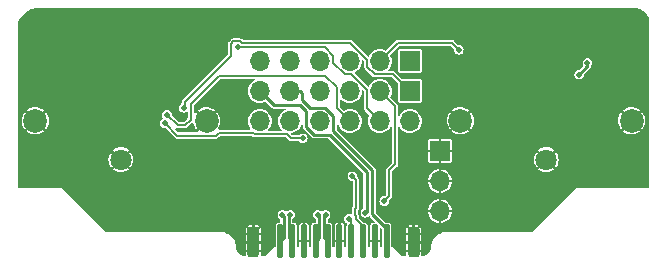
<source format=gbr>
%TF.GenerationSoftware,KiCad,Pcbnew,(6.0.5-0)*%
%TF.CreationDate,2022-10-30T13:02:09-07:00*%
%TF.ProjectId,hdmi-trident,68646d69-2d74-4726-9964-656e742e6b69,rev?*%
%TF.SameCoordinates,PX754d4c0PY6590fa0*%
%TF.FileFunction,Copper,L1,Top*%
%TF.FilePolarity,Positive*%
%FSLAX46Y46*%
G04 Gerber Fmt 4.6, Leading zero omitted, Abs format (unit mm)*
G04 Created by KiCad (PCBNEW (6.0.5-0)) date 2022-10-30 13:02:09*
%MOMM*%
%LPD*%
G01*
G04 APERTURE LIST*
G04 Aperture macros list*
%AMRoundRect*
0 Rectangle with rounded corners*
0 $1 Rounding radius*
0 $2 $3 $4 $5 $6 $7 $8 $9 X,Y pos of 4 corners*
0 Add a 4 corners polygon primitive as box body*
4,1,4,$2,$3,$4,$5,$6,$7,$8,$9,$2,$3,0*
0 Add four circle primitives for the rounded corners*
1,1,$1+$1,$2,$3*
1,1,$1+$1,$4,$5*
1,1,$1+$1,$6,$7*
1,1,$1+$1,$8,$9*
0 Add four rect primitives between the rounded corners*
20,1,$1+$1,$2,$3,$4,$5,0*
20,1,$1+$1,$4,$5,$6,$7,0*
20,1,$1+$1,$6,$7,$8,$9,0*
20,1,$1+$1,$8,$9,$2,$3,0*%
G04 Aperture macros list end*
%TA.AperFunction,ComponentPad*%
%ADD10R,1.700000X1.700000*%
%TD*%
%TA.AperFunction,ComponentPad*%
%ADD11O,1.700000X1.700000*%
%TD*%
%TA.AperFunction,SMDPad,CuDef*%
%ADD12RoundRect,0.125000X-0.125000X-1.275000X0.125000X-1.275000X0.125000X1.275000X-0.125000X1.275000X0*%
%TD*%
%TA.AperFunction,SMDPad,CuDef*%
%ADD13RoundRect,0.250000X-0.250000X-1.050000X0.250000X-1.050000X0.250000X1.050000X-0.250000X1.050000X0*%
%TD*%
%TA.AperFunction,ComponentPad*%
%ADD14C,2.000000*%
%TD*%
%TA.AperFunction,ComponentPad*%
%ADD15C,1.800000*%
%TD*%
%TA.AperFunction,ViaPad*%
%ADD16C,0.508000*%
%TD*%
%TA.AperFunction,ViaPad*%
%ADD17C,0.609600*%
%TD*%
%TA.AperFunction,Conductor*%
%ADD18C,0.203200*%
%TD*%
%TA.AperFunction,Conductor*%
%ADD19C,0.286000*%
%TD*%
G04 APERTURE END LIST*
D10*
%TO.P,J6,1,Pin_1*%
%TO.N,GND*%
X36007000Y9122000D03*
D11*
%TO.P,J6,2,Pin_2*%
X36007000Y6582000D03*
%TO.P,J6,3,Pin_3*%
X36007000Y4042000D03*
%TD*%
D12*
%TO.P,J5,1,D2+*%
%TO.N,/TDMS_D2_P*%
X22500000Y1500000D03*
%TO.P,J5,3,D2-*%
%TO.N,/TDMS_D2_N*%
X23500000Y1500000D03*
%TO.P,J5,5,D1S*%
%TO.N,GND*%
X24500000Y1500000D03*
%TO.P,J5,7,D0+*%
%TO.N,/TDMS_D0_P*%
X25500000Y1500000D03*
%TO.P,J5,9,D0-*%
%TO.N,/TDMS_D0_N*%
X26500000Y1500000D03*
%TO.P,J5,11,CKS*%
%TO.N,GND*%
X27500000Y1500000D03*
%TO.P,J5,13,CEC*%
%TO.N,/SINK_CEC*%
X28500000Y1500000D03*
%TO.P,J5,15,SCL*%
%TO.N,/SINK_DDC_SCL*%
X29500000Y1500000D03*
%TO.P,J5,17,GND*%
%TO.N,GND*%
X30500000Y1500000D03*
%TO.P,J5,19,HPD/HEAC-*%
%TO.N,/SRC_HEAC_N*%
X31500000Y1500000D03*
D13*
%TO.P,J5,SH,SH*%
%TO.N,GND*%
X33775000Y1400000D03*
X20225000Y1400000D03*
%TD*%
D14*
%TO.P,J1,SH,SH*%
%TO.N,GND*%
X16250000Y11700000D03*
D15*
X9000000Y8400000D03*
D14*
X1750000Y11700000D03*
%TD*%
%TO.P,J2,SH,SH*%
%TO.N,GND*%
X52250000Y11700000D03*
D15*
X45000000Y8400000D03*
D14*
X37750000Y11700000D03*
%TD*%
D11*
%TO.P,J3,12,Pin_12*%
%TO.N,/SINK_HEAC_P*%
X20767000Y11662000D03*
%TO.P,J3,11,Pin_11*%
%TO.N,/SRC_HEAC_P*%
X20767000Y14202000D03*
%TO.P,J3,10,Pin_10*%
%TO.N,/SINK_HEAC_N*%
X23307000Y11662000D03*
%TO.P,J3,9,Pin_9*%
%TO.N,/SRC_HEAC_N*%
X23307000Y14202000D03*
%TO.P,J3,8,Pin_8*%
%TO.N,/SRC_DDC_SCL*%
X25847000Y11662000D03*
%TO.P,J3,7,Pin_7*%
%TO.N,/SINK_DDC_SCL*%
X25847000Y14202000D03*
%TO.P,J3,6,Pin_6*%
%TO.N,/SRC_DDC_SDA*%
X28387000Y11662000D03*
%TO.P,J3,5,Pin_5*%
%TO.N,/SINK_DDC_SDA*%
X28387000Y14202000D03*
%TO.P,J3,4,Pin_4*%
%TO.N,/SRC_CEC*%
X30927000Y11662000D03*
%TO.P,J3,3,Pin_3*%
%TO.N,/SINK_CEC*%
X30927000Y14202000D03*
%TO.P,J3,2,Pin_2*%
%TO.N,+5V*%
X33467000Y11662000D03*
D10*
%TO.P,J3,1,Pin_1*%
X33467000Y14202000D03*
%TD*%
D11*
%TO.P,J4,6,Pin_6*%
%TO.N,/SPLIT_HEAC_P*%
X20767000Y16742000D03*
%TO.P,J4,5,Pin_5*%
%TO.N,/SPLIT_HEAC_N*%
X23307000Y16742000D03*
%TO.P,J4,4,Pin_4*%
%TO.N,/SPLIT_DDC_SCL*%
X25847000Y16742000D03*
%TO.P,J4,3,Pin_3*%
%TO.N,/SPLIT_DDC_SDA*%
X28387000Y16742000D03*
%TO.P,J4,2,Pin_2*%
%TO.N,/SPLIT_CEC*%
X30927000Y16742000D03*
D10*
%TO.P,J4,1,Pin_1*%
%TO.N,/SPLIT_5V*%
X33467000Y16742000D03*
%TD*%
D16*
%TO.N,GND*%
X30900000Y5500000D03*
X26400000Y9900000D03*
X28300000Y4400000D03*
X28400000Y10300000D03*
X30500000Y8200000D03*
X32800000Y2900000D03*
X34700000Y2900000D03*
X34700000Y2100000D03*
X32800000Y2100000D03*
X34700000Y1400000D03*
X34700000Y700000D03*
X32800000Y700000D03*
X32800000Y1400000D03*
X21200000Y2800000D03*
X19300000Y2800000D03*
X19300000Y2100000D03*
X21200000Y2100000D03*
X21200000Y1400000D03*
X19300000Y700000D03*
X21200000Y700000D03*
X19300000Y1400000D03*
D17*
X4300000Y7900000D03*
X9300000Y2900000D03*
X15000000Y2900000D03*
D16*
X21500000Y19100000D03*
X24200000Y18900000D03*
X25600000Y20700000D03*
X31400000Y20700000D03*
X30600000Y18900000D03*
X38200000Y18900000D03*
X38900000Y20700000D03*
X45600000Y20500000D03*
X44700000Y18600000D03*
X48300000Y17500000D03*
X47100000Y16300000D03*
X48800000Y12200000D03*
%TO.N,/SPLIT_HEAC_P*%
X48500000Y16600000D03*
X47800000Y15600000D03*
%TO.N,/SPLIT_CEC*%
X37600000Y17700000D03*
%TO.N,/SRC_DDC_SDA*%
X12900000Y12200000D03*
%TO.N,+5V*%
X14300000Y12800000D03*
%TO.N,GND*%
X19600000Y12900000D03*
X18400000Y11700000D03*
X16700000Y13400000D03*
X17900000Y14600000D03*
X16400000Y16100000D03*
X15200000Y14900000D03*
X14000000Y15700000D03*
X14000000Y17300000D03*
X11400000Y16000000D03*
%TO.N,/SRC_CEC*%
X18900000Y17900000D03*
%TO.N,/SRC_DDC_SCL*%
X12700000Y11500000D03*
D17*
%TO.N,GND*%
X17600000Y10100000D03*
D16*
%TO.N,/SRC_DDC_SCL*%
X24400000Y10200000D03*
D17*
%TO.N,GND*%
X22800000Y10000000D03*
D16*
%TO.N,/SINK_DDC_SCL*%
X28600000Y7000000D03*
%TO.N,/SINK_CEC*%
X31300000Y4900000D03*
X28300000Y3400000D03*
%TO.N,/SRC_HEAC_P*%
X29700000Y3900000D03*
D17*
%TO.N,GND*%
X11900000Y11400000D03*
X19500000Y6500000D03*
X18500000Y8300000D03*
X24300000Y8300000D03*
D16*
X28300000Y6300000D03*
X26700000Y6500000D03*
D17*
X12900000Y8300000D03*
D16*
X25200000Y5800000D03*
D17*
X20700000Y4700000D03*
D16*
X23700000Y4700000D03*
D17*
X13500000Y6500000D03*
X14300000Y4700000D03*
X8900000Y4700000D03*
D16*
%TO.N,/TDMS_D2_N*%
X23330200Y3750000D03*
%TO.N,/TDMS_D2_P*%
X22669800Y3750000D03*
%TO.N,/TDMS_D0_N*%
X26330200Y3750000D03*
%TO.N,/TDMS_D0_P*%
X25669800Y3750000D03*
%TO.N,GND*%
X22000000Y3300000D03*
D17*
X6200000Y6800000D03*
%TD*%
D18*
%TO.N,/SINK_CEC*%
X31300000Y4900000D02*
X31700000Y5300000D01*
X31700000Y5300000D02*
X31700000Y7500000D01*
X32200000Y8000000D02*
X32200000Y12929000D01*
X31700000Y7500000D02*
X32200000Y8000000D01*
X32200000Y12929000D02*
X30927000Y14202000D01*
%TO.N,/SRC_DDC_SCL*%
X23041511Y10558489D02*
X20309910Y10558489D01*
%TO.N,GND*%
X33775000Y1400000D02*
X33775000Y2275000D01*
X33775000Y2275000D02*
X34400000Y2900000D01*
X34400000Y2900000D02*
X34700000Y2900000D01*
X33775000Y1400000D02*
X33775000Y2225000D01*
X33775000Y2225000D02*
X33100000Y2900000D01*
X33100000Y2900000D02*
X32800000Y2900000D01*
X32800000Y2100000D02*
X34700000Y2100000D01*
X32800000Y700000D02*
X34700000Y700000D01*
X33775000Y1400000D02*
X32800000Y1400000D01*
X20225000Y1400000D02*
X20225000Y2175000D01*
X20225000Y2175000D02*
X19600000Y2800000D01*
X19600000Y2800000D02*
X19300000Y2800000D01*
X20225000Y1400000D02*
X20225000Y2125000D01*
X20225000Y2125000D02*
X20900000Y2800000D01*
X20900000Y2800000D02*
X21200000Y2800000D01*
X19300000Y2100000D02*
X19300000Y2800000D01*
X20225000Y1400000D02*
X20225000Y1825000D01*
X20225000Y1825000D02*
X20500000Y2100000D01*
X20500000Y2100000D02*
X21200000Y2100000D01*
X20225000Y1400000D02*
X20225000Y1775000D01*
X19900000Y2100000D02*
X19300000Y2100000D01*
X20225000Y1775000D02*
X19900000Y2100000D01*
X19300000Y1400000D02*
X19300000Y2100000D01*
X21200000Y2100000D02*
X21200000Y1400000D01*
X20225000Y1400000D02*
X20225000Y975000D01*
X20225000Y975000D02*
X20500000Y700000D01*
X20500000Y700000D02*
X21200000Y700000D01*
X20225000Y1400000D02*
X20225000Y1025000D01*
X19900000Y700000D02*
X19300000Y700000D01*
X20225000Y1025000D02*
X19900000Y700000D01*
%TO.N,/SINK_DDC_SCL*%
X28600000Y7000000D02*
X28900000Y6700000D01*
X28900000Y6700000D02*
X28900000Y4300000D01*
X28900000Y4300000D02*
X28800000Y4200000D01*
X28800000Y4200000D02*
X28800000Y3700000D01*
X28800000Y3700000D02*
X28900000Y3600000D01*
X28900000Y3600000D02*
X28900000Y3400000D01*
X28900000Y3400000D02*
X29500000Y2800000D01*
X29500000Y2800000D02*
X29500000Y1500000D01*
D19*
%TO.N,/SPLIT_HEAC_P*%
X48500000Y16600000D02*
X48500000Y16300000D01*
X48500000Y16300000D02*
X47800000Y15600000D01*
D18*
%TO.N,/SPLIT_CEC*%
X30927000Y16742000D02*
X32485000Y18300000D01*
X37000000Y18300000D02*
X37600000Y17700000D01*
X32485000Y18300000D02*
X36000000Y18300000D01*
X36000000Y18300000D02*
X37000000Y18300000D01*
%TO.N,/SRC_DDC_SDA*%
X14400000Y11300000D02*
X14900000Y11800000D01*
X14900000Y11800000D02*
X14900000Y12100000D01*
X12900000Y12200000D02*
X13800000Y11300000D01*
X13800000Y11300000D02*
X14400000Y11300000D01*
%TO.N,+5V*%
X30469910Y15638489D02*
X29823489Y16284910D01*
X28389601Y18300000D02*
X19217716Y18300000D01*
X32030511Y15638489D02*
X30469910Y15638489D01*
X19217716Y18300000D02*
X19110215Y18407501D01*
X18507501Y18407501D02*
X18300000Y18200000D01*
X14400000Y13300000D02*
X14400000Y12900000D01*
X18300000Y18200000D02*
X18300000Y17200000D01*
X29823489Y16866112D02*
X28389601Y18300000D01*
X29823489Y16284910D02*
X29823489Y16866112D01*
X33467000Y14202000D02*
X32030511Y15638489D01*
X14400000Y12900000D02*
X14300000Y12800000D01*
X18300000Y17200000D02*
X14400000Y13300000D01*
X19110215Y18407501D02*
X18507501Y18407501D01*
%TO.N,/SRC_DDC_SDA*%
X27283489Y12765511D02*
X28387000Y11662000D01*
X17300000Y15500000D02*
X26300000Y15500000D01*
X14900000Y12100000D02*
X14900000Y13100000D01*
X14900000Y13100000D02*
X17300000Y15500000D01*
X26300000Y15500000D02*
X27283489Y14516511D01*
X27283489Y14516511D02*
X27283489Y12765511D01*
%TO.N,/SRC_CEC*%
X28511112Y15638489D02*
X29823489Y14326112D01*
X26249601Y17900000D02*
X26950511Y17199090D01*
X29823489Y12765511D02*
X30927000Y11662000D01*
X18900000Y17900000D02*
X26249601Y17900000D01*
X26950511Y17199090D02*
X26950511Y16617888D01*
X26950511Y16617888D02*
X27929910Y15638489D01*
X29823489Y14326112D02*
X29823489Y12765511D01*
X27929910Y15638489D02*
X28511112Y15638489D01*
%TO.N,/SRC_DDC_SCL*%
X13753511Y10446489D02*
X14353511Y10446489D01*
X12700000Y11500000D02*
X13753511Y10446489D01*
X24400000Y10200000D02*
X23400000Y10200000D01*
X23400000Y10200000D02*
X23041511Y10558489D01*
X20168399Y10700000D02*
X17300000Y10700000D01*
X20309910Y10558489D02*
X20168399Y10700000D01*
X17300000Y10700000D02*
X17046489Y10446489D01*
X17046489Y10446489D02*
X14353511Y10446489D01*
%TO.N,/SINK_CEC*%
X28500000Y3200000D02*
X28300000Y3400000D01*
X28500000Y1500000D02*
X28500000Y3200000D01*
D19*
%TO.N,/SRC_HEAC_P*%
X29700000Y3900000D02*
X29800000Y4000000D01*
X20767000Y14202000D02*
X21946769Y13022231D01*
X24167773Y13022231D02*
X24702089Y12487915D01*
X24702089Y11187761D02*
X25372761Y10517089D01*
X21946769Y13022231D02*
X24167773Y13022231D01*
X29800000Y7390004D02*
X29800000Y4000000D01*
X24702089Y12487915D02*
X24702089Y11187761D01*
X25372761Y10517089D02*
X26672915Y10517089D01*
X26672915Y10517089D02*
X29800000Y7390004D01*
%TO.N,/SRC_HEAC_N*%
X23307000Y14202000D02*
X24198000Y14202000D01*
X24349365Y14050635D02*
X24349365Y13460631D01*
X24349365Y13460631D02*
X25003085Y12806911D01*
X25003085Y12806911D02*
X26321239Y12806911D01*
X26991911Y12136239D02*
X26991911Y10818085D01*
X24198000Y14202000D02*
X24349365Y14050635D01*
X26321239Y12806911D02*
X26991911Y12136239D01*
X26991911Y10818085D02*
X30300000Y7509996D01*
X30300000Y7509996D02*
X30300000Y3765698D01*
X30300000Y3765698D02*
X31500000Y2565698D01*
X31500000Y2565698D02*
X31500000Y1500000D01*
%TO.N,/TDMS_D0_N*%
X26219200Y1780800D02*
X26500000Y1500000D01*
%TO.N,/TDMS_D0_P*%
X25780800Y1780800D02*
X25500000Y1500000D01*
X25780800Y3639000D02*
X25669800Y3750000D01*
X25780800Y1780800D02*
X25780800Y3639000D01*
%TO.N,/TDMS_D0_N*%
X26219200Y1780800D02*
X26219200Y3639000D01*
X26219200Y3639000D02*
X26330200Y3750000D01*
%TO.N,/TDMS_D2_P*%
X22780800Y3639000D02*
X22669800Y3750000D01*
%TO.N,/TDMS_D2_N*%
X23219200Y1780800D02*
X23219200Y3639000D01*
X23219200Y3639000D02*
X23330200Y3750000D01*
%TO.N,/TDMS_D2_P*%
X22780800Y1780800D02*
X22780800Y3639000D01*
X22500000Y1500000D02*
X22780800Y1780800D01*
%TO.N,/TDMS_D2_N*%
X23500000Y1500000D02*
X23219200Y1780800D01*
%TD*%
%TA.AperFunction,Conductor*%
%TO.N,GND*%
G36*
X52482590Y21248055D02*
G01*
X52492735Y21246037D01*
X52492736Y21246037D01*
X52500000Y21244592D01*
X52507475Y21246079D01*
X52528049Y21247293D01*
X52602703Y21241418D01*
X52689565Y21234581D01*
X52701220Y21232735D01*
X52880359Y21189727D01*
X52891582Y21186081D01*
X53061793Y21115578D01*
X53072305Y21110222D01*
X53229394Y21013958D01*
X53238941Y21007021D01*
X53379030Y20887373D01*
X53387373Y20879030D01*
X53507021Y20738941D01*
X53513958Y20729394D01*
X53565259Y20645679D01*
X53610221Y20572307D01*
X53615578Y20561793D01*
X53686081Y20391582D01*
X53689727Y20380359D01*
X53732735Y20201220D01*
X53734581Y20189565D01*
X53747293Y20028051D01*
X53746079Y20007475D01*
X53744592Y20000000D01*
X53746037Y19992736D01*
X53746037Y19992735D01*
X53748055Y19982590D01*
X53749500Y19967919D01*
X53749500Y6075200D01*
X53731907Y6026862D01*
X53687358Y6001142D01*
X53674300Y6000000D01*
X47500000Y6000000D01*
X43772526Y2272526D01*
X43725906Y2250786D01*
X43719352Y2250500D01*
X36532081Y2250500D01*
X36517410Y2251945D01*
X36515001Y2252424D01*
X36500000Y2255408D01*
X36492738Y2253964D01*
X36491444Y2253964D01*
X36486916Y2253338D01*
X36306720Y2239156D01*
X36306718Y2239156D01*
X36303774Y2238924D01*
X36300900Y2238234D01*
X36115260Y2193666D01*
X36115256Y2193665D01*
X36112379Y2192974D01*
X36109650Y2191844D01*
X36109645Y2191842D01*
X35990214Y2142372D01*
X35930529Y2117649D01*
X35928007Y2116104D01*
X35928004Y2116102D01*
X35862651Y2076053D01*
X35762702Y2014804D01*
X35613029Y1886971D01*
X35485196Y1737298D01*
X35483651Y1734776D01*
X35410196Y1614909D01*
X35382351Y1569471D01*
X35381220Y1566740D01*
X35309939Y1394653D01*
X35307026Y1387621D01*
X35306335Y1384744D01*
X35306334Y1384740D01*
X35282826Y1286821D01*
X35261076Y1196226D01*
X35260844Y1193282D01*
X35260844Y1193280D01*
X35246662Y1013084D01*
X35246036Y1008558D01*
X35246036Y1007262D01*
X35244592Y1000000D01*
X35246038Y992736D01*
X35246038Y987519D01*
X35246782Y972398D01*
X35235825Y861150D01*
X35232949Y846692D01*
X35194598Y720265D01*
X35188960Y706653D01*
X35138569Y612379D01*
X35126679Y590134D01*
X35118490Y577878D01*
X35034676Y475749D01*
X35024251Y465324D01*
X34922122Y381510D01*
X34909870Y373323D01*
X34793347Y311040D01*
X34779739Y305404D01*
X34668159Y271556D01*
X34653308Y267051D01*
X34638851Y264175D01*
X34527602Y253218D01*
X34512465Y253963D01*
X34507264Y253963D01*
X34500000Y255408D01*
X34499114Y255232D01*
X34454262Y271556D01*
X34428542Y316105D01*
X34427400Y329163D01*
X34427400Y1285091D01*
X34423703Y1295248D01*
X34418331Y1298350D01*
X33135859Y1298350D01*
X33125702Y1294653D01*
X33122600Y1289281D01*
X33122600Y325700D01*
X33105007Y277362D01*
X33060458Y251642D01*
X33047400Y250500D01*
X32780648Y250500D01*
X32732310Y268093D01*
X32727474Y272526D01*
X32000000Y1000000D01*
X31978100Y1000000D01*
X31929762Y1017593D01*
X31904042Y1062142D01*
X31902900Y1075200D01*
X31902900Y1514909D01*
X33122600Y1514909D01*
X33126297Y1504752D01*
X33131669Y1501650D01*
X33660091Y1501650D01*
X33670248Y1505347D01*
X33673350Y1510719D01*
X33673350Y1514909D01*
X33876650Y1514909D01*
X33880347Y1504752D01*
X33885719Y1501650D01*
X34414141Y1501650D01*
X34424298Y1505347D01*
X34427400Y1510719D01*
X34427400Y2478716D01*
X34426938Y2484588D01*
X34413402Y2570051D01*
X34409789Y2581171D01*
X34357295Y2684196D01*
X34350416Y2693663D01*
X34268663Y2775416D01*
X34259196Y2782295D01*
X34156171Y2834789D01*
X34145051Y2838402D01*
X34059588Y2851938D01*
X34053716Y2852400D01*
X33889909Y2852400D01*
X33879752Y2848703D01*
X33876650Y2843331D01*
X33876650Y1514909D01*
X33673350Y1514909D01*
X33673350Y2839141D01*
X33669653Y2849298D01*
X33664281Y2852400D01*
X33496284Y2852400D01*
X33490412Y2851938D01*
X33404949Y2838402D01*
X33393829Y2834789D01*
X33290804Y2782295D01*
X33281337Y2775416D01*
X33199584Y2693663D01*
X33192705Y2684196D01*
X33140211Y2581171D01*
X33136598Y2570051D01*
X33123062Y2484588D01*
X33122600Y2478716D01*
X33122600Y1514909D01*
X31902900Y1514909D01*
X31902899Y2814071D01*
X31902899Y2816288D01*
X31900017Y2840518D01*
X31857992Y2935131D01*
X31853081Y2940033D01*
X31853080Y2940035D01*
X31789638Y3003366D01*
X31789637Y3003367D01*
X31784724Y3008271D01*
X31690038Y3050131D01*
X31684427Y3050785D01*
X31684424Y3050786D01*
X31668451Y3052648D01*
X31668450Y3052648D01*
X31666289Y3052900D01*
X31650942Y3052900D01*
X31462413Y3052899D01*
X31414076Y3070492D01*
X31409239Y3074925D01*
X30617926Y3866238D01*
X30596186Y3912858D01*
X30595900Y3919412D01*
X30595900Y3932432D01*
X35010230Y3932432D01*
X35015990Y3863839D01*
X35017312Y3856637D01*
X35069470Y3674739D01*
X35072164Y3667937D01*
X35158657Y3499637D01*
X35162623Y3493482D01*
X35280164Y3345183D01*
X35285240Y3339926D01*
X35429355Y3217275D01*
X35435353Y3213106D01*
X35600537Y3120789D01*
X35607250Y3117856D01*
X35787210Y3059384D01*
X35794358Y3057812D01*
X35892185Y3046147D01*
X35902706Y3048615D01*
X35905350Y3052149D01*
X35905350Y3057674D01*
X36108650Y3057674D01*
X36112347Y3047517D01*
X36116653Y3045031D01*
X36178239Y3049770D01*
X36185447Y3051041D01*
X36367701Y3101927D01*
X36374534Y3104578D01*
X36543428Y3189892D01*
X36549611Y3193816D01*
X36698720Y3310313D01*
X36704023Y3315363D01*
X36827664Y3458603D01*
X36831886Y3464588D01*
X36925354Y3629120D01*
X36928328Y3635800D01*
X36988059Y3815359D01*
X36989680Y3822493D01*
X37002907Y3927196D01*
X37000513Y3937735D01*
X36997068Y3940350D01*
X36121909Y3940350D01*
X36111752Y3936653D01*
X36108650Y3931281D01*
X36108650Y3057674D01*
X35905350Y3057674D01*
X35905350Y3927091D01*
X35901653Y3937248D01*
X35896281Y3940350D01*
X35022824Y3940350D01*
X35012667Y3936653D01*
X35010230Y3932432D01*
X30595900Y3932432D01*
X30595900Y4156829D01*
X35011151Y4156829D01*
X35013693Y4146320D01*
X35017315Y4143650D01*
X35892091Y4143650D01*
X35902248Y4147347D01*
X35905350Y4152719D01*
X35905350Y4156909D01*
X36108650Y4156909D01*
X36112347Y4146752D01*
X36117719Y4143650D01*
X36991024Y4143650D01*
X37001181Y4147347D01*
X37003523Y4151403D01*
X36995427Y4233976D01*
X36994001Y4241172D01*
X36939312Y4422312D01*
X36936524Y4429078D01*
X36847684Y4596161D01*
X36843639Y4602249D01*
X36724041Y4748891D01*
X36718878Y4754090D01*
X36573078Y4874706D01*
X36567016Y4878795D01*
X36400557Y4968799D01*
X36393813Y4971634D01*
X36213047Y5027590D01*
X36205880Y5029061D01*
X36121837Y5037894D01*
X36111348Y5035279D01*
X36108650Y5031565D01*
X36108650Y4156909D01*
X35905350Y4156909D01*
X35905350Y5026076D01*
X35901653Y5036233D01*
X35897516Y5038622D01*
X35821927Y5031743D01*
X35814728Y5030369D01*
X35633208Y4976945D01*
X35626421Y4974203D01*
X35458721Y4886532D01*
X35452603Y4882528D01*
X35305128Y4763956D01*
X35299903Y4758839D01*
X35178266Y4613878D01*
X35174132Y4607840D01*
X35082975Y4442025D01*
X35080088Y4435289D01*
X35022873Y4254925D01*
X35021351Y4247762D01*
X35011151Y4156829D01*
X30595900Y4156829D01*
X30595900Y7456362D01*
X30596287Y7461625D01*
X30597796Y7466021D01*
X30597462Y7474933D01*
X30595953Y7515118D01*
X30595900Y7517939D01*
X30595900Y7537519D01*
X30595265Y7540926D01*
X30594980Y7544015D01*
X30594714Y7548112D01*
X30593921Y7569239D01*
X30593661Y7576176D01*
X30588208Y7588868D01*
X30583372Y7604784D01*
X30583247Y7605458D01*
X30580843Y7618364D01*
X30566226Y7642077D01*
X30561148Y7651852D01*
X30552244Y7672577D01*
X30552243Y7672578D01*
X30550148Y7677455D01*
X30546199Y7682262D01*
X30540058Y7688403D01*
X30529216Y7702118D01*
X30526644Y7706291D01*
X30523001Y7712201D01*
X30498912Y7730519D01*
X30491257Y7737204D01*
X27309837Y10918625D01*
X27288097Y10965245D01*
X27287811Y10971799D01*
X27287811Y11321617D01*
X27305404Y11369955D01*
X27349953Y11395675D01*
X27400611Y11386742D01*
X27435298Y11342345D01*
X27450015Y11291021D01*
X27539916Y11116092D01*
X27662083Y10961956D01*
X27664877Y10959578D01*
X27664878Y10959577D01*
X27699691Y10929949D01*
X27811862Y10834484D01*
X27815063Y10832695D01*
X27815066Y10832693D01*
X27875949Y10798667D01*
X27983547Y10738533D01*
X27987044Y10737397D01*
X27987048Y10737395D01*
X28079615Y10707319D01*
X28170600Y10677756D01*
X28277984Y10664951D01*
X28362237Y10654904D01*
X28362239Y10654904D01*
X28365895Y10654468D01*
X28561994Y10669557D01*
X28737582Y10718582D01*
X28747883Y10721458D01*
X28747885Y10721459D01*
X28751428Y10722448D01*
X28896350Y10795653D01*
X28923697Y10809467D01*
X28923698Y10809468D01*
X28926981Y10811126D01*
X29019595Y10883484D01*
X29079067Y10929949D01*
X29081966Y10932214D01*
X29210480Y11081099D01*
X29225344Y11107265D01*
X29305810Y11248909D01*
X29305812Y11248912D01*
X29307628Y11252110D01*
X29349686Y11378541D01*
X29368548Y11435240D01*
X29368549Y11435243D01*
X29369710Y11438734D01*
X29394360Y11633862D01*
X29394753Y11662000D01*
X29393963Y11670055D01*
X29375921Y11854073D01*
X29375920Y11854078D01*
X29375561Y11857740D01*
X29318714Y12046025D01*
X29226379Y12219682D01*
X29102072Y12372097D01*
X28950528Y12497465D01*
X28777520Y12591010D01*
X28589637Y12649170D01*
X28427508Y12666210D01*
X28397690Y12669344D01*
X28397689Y12669344D01*
X28394035Y12669728D01*
X28355378Y12666210D01*
X28201824Y12652236D01*
X28201823Y12652236D01*
X28198166Y12651903D01*
X28194641Y12650866D01*
X28194638Y12650865D01*
X28032950Y12603277D01*
X28009489Y12596372D01*
X28006235Y12594671D01*
X28006228Y12594668D01*
X27929110Y12554352D01*
X27878122Y12547549D01*
X27841097Y12567821D01*
X27560015Y12848903D01*
X27538275Y12895523D01*
X27537989Y12902077D01*
X27537989Y13444849D01*
X27555582Y13493187D01*
X27600131Y13518907D01*
X27650789Y13509974D01*
X27661664Y13501464D01*
X27662083Y13501956D01*
X27811862Y13374484D01*
X27815063Y13372695D01*
X27815066Y13372693D01*
X27851622Y13352263D01*
X27983547Y13278533D01*
X27987044Y13277397D01*
X27987048Y13277395D01*
X28072809Y13249530D01*
X28170600Y13217756D01*
X28277984Y13204951D01*
X28362237Y13194904D01*
X28362239Y13194904D01*
X28365895Y13194468D01*
X28561994Y13209557D01*
X28677354Y13241766D01*
X28747883Y13261458D01*
X28747885Y13261459D01*
X28751428Y13262448D01*
X28896490Y13335724D01*
X28923697Y13349467D01*
X28923698Y13349468D01*
X28926981Y13351126D01*
X29054300Y13450599D01*
X29079067Y13469949D01*
X29081966Y13472214D01*
X29210480Y13621099D01*
X29251188Y13692758D01*
X29305810Y13788909D01*
X29305812Y13788912D01*
X29307628Y13792110D01*
X29369710Y13978734D01*
X29394360Y14173862D01*
X29394753Y14202000D01*
X29394275Y14206874D01*
X29407063Y14256699D01*
X29448886Y14286647D01*
X29500175Y14282705D01*
X29522288Y14267395D01*
X29546962Y14242722D01*
X29568703Y14196102D01*
X29568989Y14189546D01*
X29568989Y12797983D01*
X29567544Y12783315D01*
X29564003Y12765511D01*
X29565448Y12758246D01*
X29568989Y12740444D01*
X29571770Y12726465D01*
X29571769Y12726465D01*
X29571770Y12726463D01*
X29583755Y12666210D01*
X29587870Y12660052D01*
X29587870Y12660051D01*
X29595867Y12648083D01*
X29625805Y12603277D01*
X29625808Y12603274D01*
X29640005Y12582027D01*
X29646162Y12577913D01*
X29655095Y12571944D01*
X29666490Y12562592D01*
X30020888Y12208194D01*
X30042628Y12161574D01*
X30033614Y12118795D01*
X30000739Y12058996D01*
X29941269Y11871524D01*
X29919345Y11676070D01*
X29919653Y11672402D01*
X29919653Y11672399D01*
X29931109Y11535980D01*
X29935803Y11480081D01*
X29990015Y11291021D01*
X30079916Y11116092D01*
X30202083Y10961956D01*
X30204877Y10959578D01*
X30204878Y10959577D01*
X30239691Y10929949D01*
X30351862Y10834484D01*
X30355063Y10832695D01*
X30355066Y10832693D01*
X30415949Y10798667D01*
X30523547Y10738533D01*
X30527044Y10737397D01*
X30527048Y10737395D01*
X30619615Y10707319D01*
X30710600Y10677756D01*
X30817984Y10664951D01*
X30902237Y10654904D01*
X30902239Y10654904D01*
X30905895Y10654468D01*
X31101994Y10669557D01*
X31277582Y10718582D01*
X31287883Y10721458D01*
X31287885Y10721459D01*
X31291428Y10722448D01*
X31436350Y10795653D01*
X31463697Y10809467D01*
X31463698Y10809468D01*
X31466981Y10811126D01*
X31559595Y10883484D01*
X31619067Y10929949D01*
X31621966Y10932214D01*
X31750480Y11081099D01*
X31804914Y11176920D01*
X31844087Y11210260D01*
X31895526Y11210619D01*
X31935161Y11177830D01*
X31945500Y11139776D01*
X31945500Y8136565D01*
X31927907Y8088227D01*
X31923475Y8083392D01*
X31670502Y7830420D01*
X31543001Y7702919D01*
X31531606Y7693567D01*
X31516516Y7683484D01*
X31502319Y7662237D01*
X31502316Y7662234D01*
X31460266Y7599301D01*
X31458822Y7592039D01*
X31458821Y7592038D01*
X31443802Y7516530D01*
X31440514Y7500000D01*
X31441959Y7492736D01*
X31444055Y7482199D01*
X31445500Y7467528D01*
X31445500Y5436566D01*
X31427907Y5388228D01*
X31423474Y5383391D01*
X31372030Y5331948D01*
X31325409Y5310209D01*
X31307097Y5310848D01*
X31300000Y5311972D01*
X31294153Y5311046D01*
X31270281Y5307265D01*
X31172694Y5291809D01*
X31057849Y5233292D01*
X30966708Y5142151D01*
X30908191Y5027306D01*
X30888028Y4900000D01*
X30908191Y4772694D01*
X30966708Y4657849D01*
X31057849Y4566708D01*
X31172694Y4508191D01*
X31300000Y4488028D01*
X31427306Y4508191D01*
X31542151Y4566708D01*
X31633292Y4657849D01*
X31691809Y4772694D01*
X31711972Y4900000D01*
X31710848Y4907096D01*
X31711046Y4908114D01*
X31711046Y4911763D01*
X31711755Y4911763D01*
X31720666Y4957591D01*
X31731948Y4972030D01*
X31856998Y5097081D01*
X31868394Y5106433D01*
X31877327Y5112402D01*
X31883484Y5116516D01*
X31939734Y5200699D01*
X31954500Y5274933D01*
X31954500Y5274937D01*
X31959485Y5300000D01*
X31955945Y5317798D01*
X31954500Y5332468D01*
X31954500Y6472432D01*
X35010230Y6472432D01*
X35015990Y6403839D01*
X35017312Y6396637D01*
X35069470Y6214739D01*
X35072164Y6207937D01*
X35158657Y6039637D01*
X35162623Y6033482D01*
X35280164Y5885183D01*
X35285240Y5879926D01*
X35429355Y5757275D01*
X35435353Y5753106D01*
X35600537Y5660789D01*
X35607250Y5657856D01*
X35787210Y5599384D01*
X35794358Y5597812D01*
X35892185Y5586147D01*
X35902706Y5588615D01*
X35905350Y5592149D01*
X35905350Y5597674D01*
X36108650Y5597674D01*
X36112347Y5587517D01*
X36116653Y5585031D01*
X36178239Y5589770D01*
X36185447Y5591041D01*
X36367701Y5641927D01*
X36374534Y5644578D01*
X36543428Y5729892D01*
X36549611Y5733816D01*
X36698720Y5850313D01*
X36704023Y5855363D01*
X36827664Y5998603D01*
X36831886Y6004588D01*
X36925354Y6169120D01*
X36928328Y6175800D01*
X36988059Y6355359D01*
X36989680Y6362493D01*
X37002907Y6467196D01*
X37000513Y6477735D01*
X36997068Y6480350D01*
X36121909Y6480350D01*
X36111752Y6476653D01*
X36108650Y6471281D01*
X36108650Y5597674D01*
X35905350Y5597674D01*
X35905350Y6467091D01*
X35901653Y6477248D01*
X35896281Y6480350D01*
X35022824Y6480350D01*
X35012667Y6476653D01*
X35010230Y6472432D01*
X31954500Y6472432D01*
X31954500Y6696829D01*
X35011151Y6696829D01*
X35013693Y6686320D01*
X35017315Y6683650D01*
X35892091Y6683650D01*
X35902248Y6687347D01*
X35905350Y6692719D01*
X35905350Y6696909D01*
X36108650Y6696909D01*
X36112347Y6686752D01*
X36117719Y6683650D01*
X36991024Y6683650D01*
X37001181Y6687347D01*
X37003523Y6691403D01*
X36995427Y6773976D01*
X36994001Y6781172D01*
X36939312Y6962312D01*
X36936524Y6969078D01*
X36847684Y7136161D01*
X36843639Y7142249D01*
X36724041Y7288891D01*
X36718878Y7294090D01*
X36573078Y7414706D01*
X36567016Y7418795D01*
X36400557Y7508799D01*
X36393813Y7511634D01*
X36213047Y7567590D01*
X36205880Y7569061D01*
X36121837Y7577894D01*
X36111348Y7575279D01*
X36108650Y7571565D01*
X36108650Y6696909D01*
X35905350Y6696909D01*
X35905350Y7566076D01*
X35901653Y7576233D01*
X35897516Y7578622D01*
X35821927Y7571743D01*
X35814728Y7570369D01*
X35633208Y7516945D01*
X35626421Y7514203D01*
X35458721Y7426532D01*
X35452603Y7422528D01*
X35305128Y7303956D01*
X35299903Y7298839D01*
X35178266Y7153878D01*
X35174132Y7147840D01*
X35082975Y6982025D01*
X35080088Y6975289D01*
X35022873Y6794925D01*
X35021351Y6787762D01*
X35011151Y6696829D01*
X31954500Y6696829D01*
X31954500Y7363434D01*
X31972093Y7411772D01*
X31976526Y7416608D01*
X32146806Y7586888D01*
X44335873Y7586888D01*
X44337147Y7582134D01*
X44393671Y7534027D01*
X44399686Y7529846D01*
X44573423Y7432749D01*
X44580136Y7429816D01*
X44769421Y7368314D01*
X44776569Y7366742D01*
X44974196Y7343176D01*
X44981528Y7343023D01*
X45179964Y7358292D01*
X45187173Y7359563D01*
X45378870Y7413085D01*
X45385703Y7415736D01*
X45563349Y7505471D01*
X45569532Y7509395D01*
X45658629Y7579005D01*
X45664357Y7588172D01*
X45663749Y7592496D01*
X45009377Y8246868D01*
X44999578Y8251437D01*
X44993587Y8249832D01*
X44340442Y7596687D01*
X44335873Y7586888D01*
X32146806Y7586888D01*
X32356996Y7797079D01*
X32368391Y7806431D01*
X32377327Y7812402D01*
X32383484Y7816516D01*
X32439734Y7900699D01*
X32454500Y7974933D01*
X32459486Y8000000D01*
X32455945Y8017804D01*
X32454500Y8032472D01*
X32454500Y8260684D01*
X35004600Y8260684D01*
X35005321Y8253363D01*
X35011997Y8219802D01*
X35017558Y8206377D01*
X35043014Y8168280D01*
X35053280Y8158014D01*
X35091377Y8132558D01*
X35104802Y8126997D01*
X35138363Y8120321D01*
X35145684Y8119600D01*
X35892091Y8119600D01*
X35902248Y8123297D01*
X35905350Y8128669D01*
X35905350Y8132859D01*
X36108650Y8132859D01*
X36112347Y8122702D01*
X36117719Y8119600D01*
X36868316Y8119600D01*
X36875637Y8120321D01*
X36909198Y8126997D01*
X36922623Y8132558D01*
X36960720Y8158014D01*
X36970986Y8168280D01*
X36996442Y8206377D01*
X37002003Y8219802D01*
X37008679Y8253363D01*
X37009400Y8260684D01*
X37009400Y8411094D01*
X43942919Y8411094D01*
X43959573Y8212769D01*
X43960895Y8205567D01*
X44015755Y8014247D01*
X44018451Y8007438D01*
X44109427Y7830420D01*
X44113393Y7824265D01*
X44179046Y7741430D01*
X44188255Y7735765D01*
X44192661Y7736416D01*
X44846868Y8390623D01*
X44851043Y8399578D01*
X45148563Y8399578D01*
X45150168Y8393587D01*
X45803417Y7740338D01*
X45813216Y7735769D01*
X45818066Y7737068D01*
X45861719Y7787640D01*
X45865943Y7793628D01*
X45964249Y7966678D01*
X45967229Y7973373D01*
X46030051Y8162220D01*
X46031674Y8169365D01*
X46056816Y8368384D01*
X46057109Y8372576D01*
X46057463Y8397901D01*
X46057287Y8402093D01*
X46037712Y8601734D01*
X46036286Y8608930D01*
X45978763Y8799458D01*
X45975975Y8806224D01*
X45882532Y8981964D01*
X45878487Y8988052D01*
X45820977Y9058567D01*
X45811693Y9064101D01*
X45807115Y9063360D01*
X45153132Y8409377D01*
X45148563Y8399578D01*
X44851043Y8399578D01*
X44851437Y8400422D01*
X44849832Y8406413D01*
X44196754Y9059491D01*
X44186955Y9064060D01*
X44182295Y9062812D01*
X44129814Y9000266D01*
X44125676Y8994223D01*
X44029796Y8819817D01*
X44026909Y8813081D01*
X43966730Y8623372D01*
X43965207Y8616207D01*
X43943022Y8418427D01*
X43942919Y8411094D01*
X37009400Y8411094D01*
X37009400Y9007091D01*
X37005703Y9017248D01*
X37000331Y9020350D01*
X36121909Y9020350D01*
X36111752Y9016653D01*
X36108650Y9011281D01*
X36108650Y8132859D01*
X35905350Y8132859D01*
X35905350Y9007091D01*
X35901653Y9017248D01*
X35896281Y9020350D01*
X35017859Y9020350D01*
X35007702Y9016653D01*
X35004600Y9011281D01*
X35004600Y8260684D01*
X32454500Y8260684D01*
X32454500Y9211703D01*
X44335850Y9211703D01*
X44336546Y9207209D01*
X44990623Y8553132D01*
X45000422Y8548563D01*
X45006413Y8550168D01*
X45659460Y9203215D01*
X45664029Y9213014D01*
X45662805Y9217582D01*
X45594173Y9274359D01*
X45588111Y9278448D01*
X45413027Y9373115D01*
X45406283Y9375950D01*
X45216149Y9434806D01*
X45208982Y9436277D01*
X45011038Y9457082D01*
X45003725Y9457133D01*
X44805504Y9439094D01*
X44798318Y9437723D01*
X44607387Y9381529D01*
X44600600Y9378787D01*
X44424210Y9286573D01*
X44418092Y9282569D01*
X44341449Y9220947D01*
X44335850Y9211703D01*
X32454500Y9211703D01*
X32454500Y9236909D01*
X35004600Y9236909D01*
X35008297Y9226752D01*
X35013669Y9223650D01*
X35892091Y9223650D01*
X35902248Y9227347D01*
X35905350Y9232719D01*
X35905350Y9236909D01*
X36108650Y9236909D01*
X36112347Y9226752D01*
X36117719Y9223650D01*
X36996141Y9223650D01*
X37006298Y9227347D01*
X37009400Y9232719D01*
X37009400Y9983316D01*
X37008679Y9990637D01*
X37002003Y10024198D01*
X36996442Y10037623D01*
X36970986Y10075720D01*
X36960720Y10085986D01*
X36922623Y10111442D01*
X36909198Y10117003D01*
X36875637Y10123679D01*
X36868316Y10124400D01*
X36121909Y10124400D01*
X36111752Y10120703D01*
X36108650Y10115331D01*
X36108650Y9236909D01*
X35905350Y9236909D01*
X35905350Y10111141D01*
X35901653Y10121298D01*
X35896281Y10124400D01*
X35145684Y10124400D01*
X35138363Y10123679D01*
X35104802Y10117003D01*
X35091377Y10111442D01*
X35053280Y10085986D01*
X35043014Y10075720D01*
X35017558Y10037623D01*
X35011997Y10024198D01*
X35005321Y9990637D01*
X35004600Y9983316D01*
X35004600Y9236909D01*
X32454500Y9236909D01*
X32454500Y11127117D01*
X32472093Y11175455D01*
X32516642Y11201175D01*
X32567300Y11192242D01*
X32596584Y11161491D01*
X32619916Y11116092D01*
X32742083Y10961956D01*
X32744877Y10959578D01*
X32744878Y10959577D01*
X32779691Y10929949D01*
X32891862Y10834484D01*
X32895063Y10832695D01*
X32895066Y10832693D01*
X32955949Y10798667D01*
X33063547Y10738533D01*
X33067044Y10737397D01*
X33067048Y10737395D01*
X33159615Y10707319D01*
X33250600Y10677756D01*
X33357984Y10664951D01*
X33442237Y10654904D01*
X33442239Y10654904D01*
X33445895Y10654468D01*
X33641994Y10669557D01*
X33817582Y10718582D01*
X33827883Y10721458D01*
X33827885Y10721459D01*
X33831428Y10722448D01*
X33976350Y10795653D01*
X34003697Y10809467D01*
X34003698Y10809468D01*
X34006981Y10811126D01*
X34010204Y10813644D01*
X37012629Y10813644D01*
X37014174Y10807877D01*
X37019193Y10802987D01*
X37024528Y10798667D01*
X37194906Y10684824D01*
X37200930Y10681553D01*
X37389197Y10600667D01*
X37395723Y10598547D01*
X37595574Y10553325D01*
X37602384Y10552429D01*
X37807126Y10544384D01*
X37813980Y10544743D01*
X38016760Y10574145D01*
X38023445Y10575750D01*
X38217468Y10641612D01*
X38223736Y10644403D01*
X38402514Y10744523D01*
X38408174Y10748413D01*
X38479684Y10807887D01*
X38483042Y10813644D01*
X51512629Y10813644D01*
X51514174Y10807877D01*
X51519193Y10802987D01*
X51524528Y10798667D01*
X51694906Y10684824D01*
X51700930Y10681553D01*
X51889197Y10600667D01*
X51895723Y10598547D01*
X52095574Y10553325D01*
X52102384Y10552429D01*
X52307126Y10544384D01*
X52313980Y10544743D01*
X52516760Y10574145D01*
X52523445Y10575750D01*
X52717468Y10641612D01*
X52723736Y10644403D01*
X52902514Y10744523D01*
X52908174Y10748413D01*
X52979684Y10807887D01*
X52985130Y10817225D01*
X52984323Y10821922D01*
X52259377Y11546868D01*
X52249578Y11551437D01*
X52243587Y11549832D01*
X51517198Y10823443D01*
X51512629Y10813644D01*
X38483042Y10813644D01*
X38485130Y10817225D01*
X38484323Y10821922D01*
X37759377Y11546868D01*
X37749578Y11551437D01*
X37743587Y11549832D01*
X37017198Y10823443D01*
X37012629Y10813644D01*
X34010204Y10813644D01*
X34099595Y10883484D01*
X34159067Y10929949D01*
X34161966Y10932214D01*
X34290480Y11081099D01*
X34305344Y11107265D01*
X34385810Y11248909D01*
X34385812Y11248912D01*
X34387628Y11252110D01*
X34429686Y11378541D01*
X34448548Y11435240D01*
X34448549Y11435243D01*
X34449710Y11438734D01*
X34474360Y11633862D01*
X34474753Y11662000D01*
X34473963Y11670055D01*
X34468394Y11726859D01*
X36593285Y11726859D01*
X36606687Y11522392D01*
X36607761Y11515612D01*
X36658197Y11317016D01*
X36660491Y11310539D01*
X36746274Y11124462D01*
X36749704Y11118521D01*
X36855949Y10968186D01*
X36864831Y10962025D01*
X36868618Y10962373D01*
X37596868Y11690623D01*
X37601043Y11699578D01*
X37898563Y11699578D01*
X37900168Y11693587D01*
X38624257Y10969498D01*
X38634056Y10964929D01*
X38638658Y10966162D01*
X38701587Y11041826D01*
X38705477Y11047486D01*
X38805597Y11226264D01*
X38808388Y11232532D01*
X38874250Y11426555D01*
X38875855Y11433240D01*
X38905434Y11637245D01*
X38905809Y11641641D01*
X38907279Y11697783D01*
X38907135Y11702202D01*
X38904869Y11726859D01*
X51093285Y11726859D01*
X51106687Y11522392D01*
X51107761Y11515612D01*
X51158197Y11317016D01*
X51160491Y11310539D01*
X51246274Y11124462D01*
X51249704Y11118521D01*
X51355949Y10968186D01*
X51364831Y10962025D01*
X51368618Y10962373D01*
X52096868Y11690623D01*
X52101043Y11699578D01*
X52398563Y11699578D01*
X52400168Y11693587D01*
X53124257Y10969498D01*
X53134056Y10964929D01*
X53138658Y10966162D01*
X53201587Y11041826D01*
X53205477Y11047486D01*
X53305597Y11226264D01*
X53308388Y11232532D01*
X53374250Y11426555D01*
X53375855Y11433240D01*
X53405434Y11637245D01*
X53405809Y11641641D01*
X53407279Y11697783D01*
X53407135Y11702202D01*
X53388272Y11907475D01*
X53387021Y11914227D01*
X53331402Y12111436D01*
X53328943Y12117843D01*
X53238317Y12301614D01*
X53234727Y12307472D01*
X53142840Y12430524D01*
X53133799Y12436452D01*
X53129725Y12435970D01*
X52403132Y11709377D01*
X52398563Y11699578D01*
X52101043Y11699578D01*
X52101437Y11700422D01*
X52099832Y11706413D01*
X51375391Y12430854D01*
X51365592Y12435423D01*
X51361322Y12434279D01*
X51281508Y12333036D01*
X51277771Y12327281D01*
X51182363Y12145941D01*
X51179740Y12139609D01*
X51118975Y11943913D01*
X51117549Y11937203D01*
X51093465Y11733715D01*
X51093285Y11726859D01*
X38904869Y11726859D01*
X38888272Y11907475D01*
X38887021Y11914227D01*
X38831402Y12111436D01*
X38828943Y12117843D01*
X38738317Y12301614D01*
X38734727Y12307472D01*
X38642840Y12430524D01*
X38633799Y12436452D01*
X38629725Y12435970D01*
X37903132Y11709377D01*
X37898563Y11699578D01*
X37601043Y11699578D01*
X37601437Y11700422D01*
X37599832Y11706413D01*
X36875391Y12430854D01*
X36865592Y12435423D01*
X36861322Y12434279D01*
X36781508Y12333036D01*
X36777771Y12327281D01*
X36682363Y12145941D01*
X36679740Y12139609D01*
X36618975Y11943913D01*
X36617549Y11937203D01*
X36593465Y11733715D01*
X36593285Y11726859D01*
X34468394Y11726859D01*
X34455921Y11854073D01*
X34455920Y11854078D01*
X34455561Y11857740D01*
X34398714Y12046025D01*
X34306379Y12219682D01*
X34182072Y12372097D01*
X34030528Y12497465D01*
X33872133Y12583109D01*
X37014681Y12583109D01*
X37015683Y12578072D01*
X37740623Y11853132D01*
X37750422Y11848563D01*
X37756413Y11850168D01*
X38481478Y12575233D01*
X38485150Y12583109D01*
X51514681Y12583109D01*
X51515683Y12578072D01*
X52240623Y11853132D01*
X52250422Y11848563D01*
X52256413Y11850168D01*
X52981478Y12575233D01*
X52986047Y12585032D01*
X52984615Y12590379D01*
X52957077Y12615834D01*
X52951627Y12620016D01*
X52778332Y12729358D01*
X52772218Y12732472D01*
X52581910Y12808398D01*
X52575315Y12810352D01*
X52374358Y12850324D01*
X52367529Y12851042D01*
X52162639Y12853724D01*
X52155801Y12853186D01*
X51953851Y12818485D01*
X51947229Y12816710D01*
X51754988Y12745788D01*
X51748790Y12742831D01*
X51572704Y12638072D01*
X51567140Y12634030D01*
X51519880Y12592585D01*
X51514681Y12583109D01*
X38485150Y12583109D01*
X38486047Y12585032D01*
X38484615Y12590379D01*
X38457077Y12615834D01*
X38451627Y12620016D01*
X38278332Y12729358D01*
X38272218Y12732472D01*
X38081910Y12808398D01*
X38075315Y12810352D01*
X37874358Y12850324D01*
X37867529Y12851042D01*
X37662639Y12853724D01*
X37655801Y12853186D01*
X37453851Y12818485D01*
X37447229Y12816710D01*
X37254988Y12745788D01*
X37248790Y12742831D01*
X37072704Y12638072D01*
X37067140Y12634030D01*
X37019880Y12592585D01*
X37014681Y12583109D01*
X33872133Y12583109D01*
X33857520Y12591010D01*
X33669637Y12649170D01*
X33507508Y12666210D01*
X33477690Y12669344D01*
X33477689Y12669344D01*
X33474035Y12669728D01*
X33435378Y12666210D01*
X33281824Y12652236D01*
X33281823Y12652236D01*
X33278166Y12651903D01*
X33274641Y12650866D01*
X33274638Y12650865D01*
X33112950Y12603277D01*
X33089489Y12596372D01*
X32915192Y12505252D01*
X32761912Y12382012D01*
X32635489Y12231347D01*
X32633718Y12228125D01*
X32633717Y12228124D01*
X32595598Y12158785D01*
X32556894Y12124902D01*
X32505466Y12123825D01*
X32465377Y12156057D01*
X32454500Y12195013D01*
X32454500Y12896528D01*
X32455945Y12911199D01*
X32458041Y12921736D01*
X32459486Y12929000D01*
X32449689Y12978256D01*
X32447132Y12991110D01*
X32441179Y13021038D01*
X32441179Y13021039D01*
X32439734Y13028301D01*
X32434853Y13035606D01*
X32397684Y13091234D01*
X32397681Y13091237D01*
X32383484Y13112484D01*
X32368394Y13122567D01*
X32356999Y13131919D01*
X31833498Y13655420D01*
X31811758Y13702040D01*
X31821286Y13745738D01*
X31845808Y13788906D01*
X31845809Y13788907D01*
X31847628Y13792110D01*
X31909710Y13978734D01*
X31934360Y14173862D01*
X31934753Y14202000D01*
X31934275Y14206874D01*
X31915921Y14394073D01*
X31915920Y14394078D01*
X31915561Y14397740D01*
X31858714Y14586025D01*
X31766379Y14759682D01*
X31642072Y14912097D01*
X31490528Y15037465D01*
X31317520Y15131010D01*
X31129637Y15189170D01*
X30986832Y15204179D01*
X30937690Y15209344D01*
X30937689Y15209344D01*
X30934035Y15209728D01*
X30836101Y15200816D01*
X30741824Y15192236D01*
X30741823Y15192236D01*
X30738166Y15191903D01*
X30734641Y15190866D01*
X30734638Y15190865D01*
X30553019Y15137411D01*
X30549489Y15136372D01*
X30375192Y15045252D01*
X30221912Y14922012D01*
X30095489Y14771347D01*
X30093718Y14768125D01*
X30093717Y14768124D01*
X30016986Y14628550D01*
X29978282Y14594667D01*
X29926854Y14593590D01*
X29897914Y14611604D01*
X29347285Y15162234D01*
X28795415Y15714104D01*
X28773675Y15760724D01*
X28786989Y15810411D01*
X28814683Y15834400D01*
X28923697Y15889467D01*
X28923698Y15889468D01*
X28926981Y15891126D01*
X29081966Y16012214D01*
X29210480Y16161099D01*
X29235503Y16205148D01*
X29305810Y16328909D01*
X29305812Y16328912D01*
X29307628Y16332110D01*
X29352640Y16467421D01*
X29368548Y16515240D01*
X29368549Y16515243D01*
X29369710Y16518734D01*
X29394360Y16713862D01*
X29394579Y16729546D01*
X29394724Y16739901D01*
X29394724Y16739907D01*
X29394753Y16742000D01*
X29394275Y16746879D01*
X29407064Y16796702D01*
X29448888Y16826649D01*
X29500176Y16822705D01*
X29522289Y16807394D01*
X29546963Y16782720D01*
X29568703Y16736100D01*
X29568989Y16729546D01*
X29568989Y16317382D01*
X29567544Y16302714D01*
X29564003Y16284910D01*
X29565448Y16277645D01*
X29578801Y16210517D01*
X29583755Y16185609D01*
X29625805Y16122676D01*
X29625808Y16122673D01*
X29640005Y16101426D01*
X29646162Y16097312D01*
X29655095Y16091343D01*
X29666490Y16081991D01*
X30266989Y15481493D01*
X30276341Y15470098D01*
X30286426Y15455005D01*
X30292583Y15450891D01*
X30364450Y15402870D01*
X30364451Y15402869D01*
X30370609Y15398755D01*
X30377873Y15397310D01*
X30444836Y15383990D01*
X30444841Y15383989D01*
X30444844Y15383989D01*
X30444852Y15383988D01*
X30469910Y15379004D01*
X30477175Y15380449D01*
X30487708Y15382544D01*
X30502378Y15383989D01*
X31893945Y15383989D01*
X31942283Y15366396D01*
X31947119Y15361963D01*
X32442074Y14867008D01*
X32463814Y14820388D01*
X32464100Y14813834D01*
X32464101Y14074694D01*
X32464101Y13336944D01*
X32472972Y13292342D01*
X32506766Y13241766D01*
X32512923Y13237652D01*
X32551183Y13212087D01*
X32551184Y13212086D01*
X32557342Y13207972D01*
X32564606Y13206527D01*
X32585072Y13202456D01*
X32601943Y13199100D01*
X33466882Y13199100D01*
X34332056Y13199101D01*
X34376658Y13207972D01*
X34427234Y13241766D01*
X34432422Y13249530D01*
X34456913Y13286183D01*
X34456914Y13286184D01*
X34461028Y13292342D01*
X34462551Y13300000D01*
X34469179Y13333318D01*
X34469179Y13333319D01*
X34469900Y13336943D01*
X34469899Y15067056D01*
X34461028Y15111658D01*
X34427234Y15162234D01*
X34388631Y15188028D01*
X34382817Y15191913D01*
X34382816Y15191914D01*
X34376658Y15196028D01*
X34332057Y15204900D01*
X34172095Y15204900D01*
X32855167Y15204899D01*
X32806829Y15222492D01*
X32801993Y15226925D01*
X32428918Y15600000D01*
X47388028Y15600000D01*
X47408191Y15472694D01*
X47410878Y15467421D01*
X47455193Y15380449D01*
X47466708Y15357849D01*
X47557849Y15266708D01*
X47672694Y15208191D01*
X47678541Y15207265D01*
X47792790Y15189170D01*
X47800000Y15188028D01*
X47807211Y15189170D01*
X47921459Y15207265D01*
X47927306Y15208191D01*
X48042151Y15266708D01*
X48133292Y15357849D01*
X48144808Y15380449D01*
X48189122Y15467421D01*
X48191809Y15472694D01*
X48206928Y15568152D01*
X48228028Y15609562D01*
X48671300Y16052834D01*
X48675303Y16056290D01*
X48679479Y16058331D01*
X48712912Y16094372D01*
X48714869Y16096403D01*
X48728694Y16110228D01*
X48730653Y16113083D01*
X48732641Y16115476D01*
X48735344Y16118554D01*
X48749726Y16134057D01*
X48749728Y16134060D01*
X48754446Y16139146D01*
X48759568Y16151985D01*
X48767399Y16166650D01*
X48771285Y16172315D01*
X48775213Y16178041D01*
X48781646Y16205148D01*
X48784964Y16215639D01*
X48795293Y16241530D01*
X48795900Y16247721D01*
X48795900Y16256410D01*
X48797932Y16273773D01*
X48799063Y16278540D01*
X48800666Y16285295D01*
X48799730Y16292174D01*
X48799964Y16296957D01*
X48821900Y16346457D01*
X48833292Y16357849D01*
X48841306Y16373576D01*
X48867320Y16424632D01*
X48891809Y16472694D01*
X48911972Y16600000D01*
X48891809Y16727306D01*
X48833292Y16842151D01*
X48742151Y16933292D01*
X48733422Y16937740D01*
X48632579Y16989122D01*
X48632580Y16989122D01*
X48627306Y16991809D01*
X48560948Y17002319D01*
X48505847Y17011046D01*
X48500000Y17011972D01*
X48494153Y17011046D01*
X48439052Y17002319D01*
X48372694Y16991809D01*
X48367420Y16989122D01*
X48367421Y16989122D01*
X48266579Y16937740D01*
X48257849Y16933292D01*
X48166708Y16842151D01*
X48108191Y16727306D01*
X48088028Y16600000D01*
X48108191Y16472694D01*
X48110878Y16467421D01*
X48110879Y16467418D01*
X48132680Y16424632D01*
X48138950Y16373576D01*
X48118851Y16337316D01*
X47960986Y16179452D01*
X47809561Y16028027D01*
X47768151Y16006928D01*
X47696735Y15995617D01*
X47672694Y15991809D01*
X47557849Y15933292D01*
X47466708Y15842151D01*
X47464020Y15836875D01*
X47464019Y15836874D01*
X47448738Y15806883D01*
X47408191Y15727306D01*
X47388028Y15600000D01*
X32428918Y15600000D01*
X32233430Y15795488D01*
X32224078Y15806883D01*
X32218109Y15815816D01*
X32213995Y15821973D01*
X32192748Y15836170D01*
X32192745Y15836173D01*
X32129812Y15878223D01*
X32122550Y15879667D01*
X32122549Y15879668D01*
X32037776Y15896530D01*
X32030511Y15897975D01*
X32012707Y15894434D01*
X31998039Y15892989D01*
X31683305Y15892989D01*
X31634967Y15910582D01*
X31609247Y15955131D01*
X31618180Y16005789D01*
X31626379Y16017326D01*
X31706569Y16110228D01*
X31750480Y16161099D01*
X31775503Y16205148D01*
X31845810Y16328909D01*
X31845812Y16328912D01*
X31847628Y16332110D01*
X31892640Y16467421D01*
X31908548Y16515240D01*
X31908549Y16515243D01*
X31909710Y16518734D01*
X31934360Y16713862D01*
X31934579Y16729546D01*
X31934724Y16739901D01*
X31934724Y16739907D01*
X31934753Y16742000D01*
X31934175Y16747900D01*
X31915921Y16934073D01*
X31915920Y16934078D01*
X31915561Y16937740D01*
X31858714Y17126025D01*
X31819656Y17199482D01*
X31812496Y17250421D01*
X31832879Y17287961D01*
X32151975Y17607057D01*
X32464100Y17607057D01*
X32464101Y15876944D01*
X32472972Y15832342D01*
X32506766Y15781766D01*
X32512923Y15777652D01*
X32551183Y15752087D01*
X32551184Y15752086D01*
X32557342Y15747972D01*
X32564606Y15746527D01*
X32591492Y15741179D01*
X32601943Y15739100D01*
X33466882Y15739100D01*
X34332056Y15739101D01*
X34376658Y15747972D01*
X34427234Y15781766D01*
X34461028Y15832342D01*
X34465814Y15856404D01*
X34469179Y15873318D01*
X34469179Y15873319D01*
X34469900Y15876943D01*
X34469899Y17607056D01*
X34461028Y17651658D01*
X34427234Y17702234D01*
X34394219Y17724294D01*
X34382817Y17731913D01*
X34382816Y17731914D01*
X34376658Y17736028D01*
X34332057Y17744900D01*
X33467118Y17744900D01*
X32601944Y17744899D01*
X32557342Y17736028D01*
X32506766Y17702234D01*
X32502652Y17696077D01*
X32477109Y17657849D01*
X32472972Y17651658D01*
X32464100Y17607057D01*
X32151975Y17607057D01*
X32568391Y18023474D01*
X32615011Y18045214D01*
X32621565Y18045500D01*
X36863434Y18045500D01*
X36911772Y18027907D01*
X36916608Y18023474D01*
X37168051Y17772031D01*
X37189791Y17725411D01*
X37189152Y17707099D01*
X37188028Y17700000D01*
X37188954Y17694153D01*
X37196268Y17647976D01*
X37208191Y17572694D01*
X37266708Y17457849D01*
X37357849Y17366708D01*
X37472694Y17308191D01*
X37600000Y17288028D01*
X37727306Y17308191D01*
X37842151Y17366708D01*
X37933292Y17457849D01*
X37991809Y17572694D01*
X38003732Y17647976D01*
X38011046Y17694153D01*
X38011972Y17700000D01*
X37991809Y17827306D01*
X37933292Y17942151D01*
X37842151Y18033292D01*
X37727306Y18091809D01*
X37600000Y18111972D01*
X37594153Y18111046D01*
X37594152Y18111046D01*
X37592901Y18110848D01*
X37591883Y18111046D01*
X37588237Y18111046D01*
X37588237Y18111755D01*
X37542407Y18120667D01*
X37527969Y18131949D01*
X37202919Y18456999D01*
X37193567Y18468394D01*
X37187598Y18477327D01*
X37183484Y18483484D01*
X37162237Y18497681D01*
X37162234Y18497684D01*
X37099301Y18539734D01*
X37092039Y18541178D01*
X37092038Y18541179D01*
X37007265Y18558041D01*
X37000000Y18559486D01*
X36982196Y18555945D01*
X36967528Y18554500D01*
X32517472Y18554500D01*
X32502804Y18555945D01*
X32485000Y18559486D01*
X32477735Y18558041D01*
X32392962Y18541179D01*
X32392961Y18541178D01*
X32385699Y18539734D01*
X32322767Y18497684D01*
X32322766Y18497683D01*
X32301516Y18483484D01*
X32297402Y18477327D01*
X32291431Y18468391D01*
X32282079Y18456996D01*
X31473059Y17647976D01*
X31426439Y17626236D01*
X31384118Y17635001D01*
X31320760Y17669259D01*
X31320753Y17669262D01*
X31317520Y17671010D01*
X31129637Y17729170D01*
X30986832Y17744179D01*
X30937690Y17749344D01*
X30937689Y17749344D01*
X30934035Y17749728D01*
X30836101Y17740816D01*
X30741824Y17732236D01*
X30741823Y17732236D01*
X30738166Y17731903D01*
X30734641Y17730866D01*
X30734638Y17730865D01*
X30616440Y17696077D01*
X30549489Y17676372D01*
X30375192Y17585252D01*
X30325115Y17544989D01*
X30278196Y17507265D01*
X30221912Y17462012D01*
X30095489Y17311347D01*
X30016986Y17168549D01*
X29978284Y17134667D01*
X29926855Y17133590D01*
X29897915Y17151604D01*
X28592520Y18456999D01*
X28583168Y18468394D01*
X28577199Y18477327D01*
X28573085Y18483484D01*
X28551838Y18497681D01*
X28551835Y18497684D01*
X28488902Y18539734D01*
X28481640Y18541178D01*
X28481639Y18541179D01*
X28396866Y18558041D01*
X28389601Y18559486D01*
X28371797Y18555945D01*
X28357129Y18554500D01*
X19358273Y18554500D01*
X19309935Y18572093D01*
X19303138Y18579675D01*
X19303052Y18579589D01*
X19297813Y18584828D01*
X19293699Y18590985D01*
X19272452Y18605182D01*
X19272449Y18605185D01*
X19209516Y18647235D01*
X19202254Y18648679D01*
X19202253Y18648680D01*
X19117480Y18665542D01*
X19110215Y18666987D01*
X19092411Y18663446D01*
X19077743Y18662001D01*
X18539973Y18662001D01*
X18525305Y18663446D01*
X18507501Y18666987D01*
X18500236Y18665542D01*
X18415463Y18648680D01*
X18415462Y18648679D01*
X18408200Y18647235D01*
X18402042Y18643121D01*
X18402041Y18643120D01*
X18345268Y18605185D01*
X18345267Y18605184D01*
X18330176Y18595101D01*
X18330174Y18595099D01*
X18324017Y18590985D01*
X18316460Y18579675D01*
X18313932Y18575892D01*
X18304580Y18564498D01*
X18143001Y18402919D01*
X18131606Y18393567D01*
X18116516Y18383484D01*
X18102319Y18362237D01*
X18102316Y18362234D01*
X18060266Y18299301D01*
X18040514Y18200000D01*
X18041959Y18192736D01*
X18044055Y18182199D01*
X18045500Y18167528D01*
X18045500Y17336566D01*
X18027907Y17288228D01*
X18023474Y17283392D01*
X14243001Y13502919D01*
X14231606Y13493567D01*
X14216516Y13483484D01*
X14202319Y13462237D01*
X14202316Y13462234D01*
X14166314Y13408352D01*
X14160266Y13399301D01*
X14158821Y13392038D01*
X14158821Y13392037D01*
X14147863Y13336945D01*
X14142529Y13310130D01*
X14140514Y13300000D01*
X14143263Y13286182D01*
X14144055Y13282199D01*
X14145500Y13267528D01*
X14145500Y13224036D01*
X14127907Y13175698D01*
X14104441Y13157033D01*
X14063129Y13135983D01*
X14063126Y13135981D01*
X14057849Y13133292D01*
X13966708Y13042151D01*
X13908191Y12927306D01*
X13907265Y12921459D01*
X13895631Y12848001D01*
X13888028Y12800000D01*
X13888954Y12794153D01*
X13890105Y12786886D01*
X13908191Y12672694D01*
X13933283Y12623448D01*
X13954389Y12582027D01*
X13966708Y12557849D01*
X14057849Y12466708D01*
X14063125Y12464020D01*
X14063126Y12464019D01*
X14097821Y12446341D01*
X14172694Y12408191D01*
X14300000Y12388028D01*
X14427306Y12408191D01*
X14483599Y12436874D01*
X14536160Y12463655D01*
X14587216Y12469924D01*
X14630357Y12441908D01*
X14645500Y12396651D01*
X14645500Y11936566D01*
X14627907Y11888228D01*
X14623474Y11883391D01*
X14316607Y11576525D01*
X14269987Y11554786D01*
X14263433Y11554500D01*
X13936566Y11554500D01*
X13888228Y11572093D01*
X13883392Y11576526D01*
X13331949Y12127969D01*
X13310209Y12174589D01*
X13310848Y12192901D01*
X13311046Y12194152D01*
X13311046Y12194153D01*
X13311972Y12200000D01*
X13291809Y12327306D01*
X13256476Y12396651D01*
X13235981Y12436874D01*
X13235980Y12436875D01*
X13233292Y12442151D01*
X13142151Y12533292D01*
X13114171Y12547549D01*
X13046504Y12582027D01*
X13027306Y12591809D01*
X12954899Y12603277D01*
X12905847Y12611046D01*
X12900000Y12611972D01*
X12894153Y12611046D01*
X12845101Y12603277D01*
X12772694Y12591809D01*
X12753496Y12582027D01*
X12685830Y12547549D01*
X12657849Y12533292D01*
X12566708Y12442151D01*
X12564020Y12436875D01*
X12564019Y12436874D01*
X12543524Y12396651D01*
X12508191Y12327306D01*
X12488028Y12200000D01*
X12508191Y12072694D01*
X12520127Y12049269D01*
X12560515Y11970002D01*
X12566784Y11918946D01*
X12538767Y11875805D01*
X12527653Y11868859D01*
X12457849Y11833292D01*
X12366708Y11742151D01*
X12364020Y11736875D01*
X12364019Y11736874D01*
X12358916Y11726859D01*
X12308191Y11627306D01*
X12307265Y11621459D01*
X12295921Y11549832D01*
X12288028Y11500000D01*
X12308191Y11372694D01*
X12334216Y11321617D01*
X12351474Y11287748D01*
X12366708Y11257849D01*
X12457849Y11166708D01*
X12463125Y11164020D01*
X12463126Y11164019D01*
X12504376Y11143001D01*
X12572694Y11108191D01*
X12700000Y11088028D01*
X12705847Y11088954D01*
X12705848Y11088954D01*
X12707099Y11089152D01*
X12708117Y11088954D01*
X12711763Y11088954D01*
X12711763Y11088245D01*
X12757593Y11079333D01*
X12772031Y11068051D01*
X13550590Y10289493D01*
X13559942Y10278098D01*
X13570027Y10263005D01*
X13576184Y10258891D01*
X13591277Y10248806D01*
X13591278Y10248805D01*
X13639741Y10216423D01*
X13654210Y10206755D01*
X13661472Y10205311D01*
X13661473Y10205310D01*
X13746246Y10188448D01*
X13753511Y10187003D01*
X13771315Y10190544D01*
X13785983Y10191989D01*
X17014017Y10191989D01*
X17028685Y10190544D01*
X17046489Y10187003D01*
X17053754Y10188448D01*
X17138527Y10205310D01*
X17138528Y10205311D01*
X17145790Y10206755D01*
X17208723Y10248805D01*
X17208726Y10248808D01*
X17229973Y10263005D01*
X17240054Y10278092D01*
X17249405Y10289487D01*
X17305707Y10345789D01*
X17383391Y10423474D01*
X17430012Y10445214D01*
X17436566Y10445500D01*
X20031834Y10445500D01*
X20080172Y10427907D01*
X20085008Y10423474D01*
X20106989Y10401493D01*
X20116341Y10390098D01*
X20126426Y10375005D01*
X20132583Y10370891D01*
X20147676Y10360806D01*
X20147677Y10360805D01*
X20197812Y10327306D01*
X20210609Y10318755D01*
X20217871Y10317311D01*
X20217872Y10317310D01*
X20302645Y10300448D01*
X20309910Y10299003D01*
X20327714Y10302544D01*
X20342382Y10303989D01*
X22904945Y10303989D01*
X22953283Y10286396D01*
X22958119Y10281963D01*
X23197081Y10043001D01*
X23206433Y10031606D01*
X23216516Y10016516D01*
X23237763Y10002319D01*
X23237766Y10002316D01*
X23300699Y9960266D01*
X23307961Y9958822D01*
X23307962Y9958821D01*
X23392735Y9941959D01*
X23400000Y9940514D01*
X23417804Y9944055D01*
X23432472Y9945500D01*
X24047909Y9945500D01*
X24096247Y9927907D01*
X24101083Y9923474D01*
X24157849Y9866708D01*
X24272694Y9808191D01*
X24400000Y9788028D01*
X24527306Y9808191D01*
X24642151Y9866708D01*
X24733292Y9957849D01*
X24749999Y9990637D01*
X24773939Y10037623D01*
X24791809Y10072694D01*
X24811972Y10200000D01*
X24791809Y10327306D01*
X24756677Y10396255D01*
X24735981Y10436874D01*
X24735980Y10436875D01*
X24733292Y10442151D01*
X24642151Y10533292D01*
X24619678Y10544743D01*
X24532579Y10589122D01*
X24532580Y10589122D01*
X24527306Y10591809D01*
X24400000Y10611972D01*
X24272694Y10591809D01*
X24267420Y10589122D01*
X24267421Y10589122D01*
X24180323Y10544743D01*
X24157849Y10533292D01*
X24101083Y10476526D01*
X24054463Y10454786D01*
X24047909Y10454500D01*
X23536566Y10454500D01*
X23488228Y10472093D01*
X23483392Y10476526D01*
X23419662Y10540256D01*
X23397922Y10586876D01*
X23411236Y10636563D01*
X23453373Y10666068D01*
X23467065Y10668408D01*
X23472913Y10668858D01*
X23481994Y10669557D01*
X23657582Y10718582D01*
X23667883Y10721458D01*
X23667885Y10721459D01*
X23671428Y10722448D01*
X23816350Y10795653D01*
X23843697Y10809467D01*
X23843698Y10809468D01*
X23846981Y10811126D01*
X23939595Y10883484D01*
X23999067Y10929949D01*
X24001966Y10932214D01*
X24130480Y11081099D01*
X24145344Y11107265D01*
X24225810Y11248909D01*
X24225812Y11248912D01*
X24227628Y11252110D01*
X24259634Y11348323D01*
X24291585Y11388636D01*
X24341975Y11398979D01*
X24387224Y11374513D01*
X24406189Y11324586D01*
X24406189Y11241401D01*
X24405802Y11236134D01*
X24404292Y11231736D01*
X24405775Y11192242D01*
X24406136Y11182625D01*
X24406189Y11179803D01*
X24406189Y11160238D01*
X24406822Y11156837D01*
X24407109Y11153729D01*
X24407374Y11149643D01*
X24407745Y11139776D01*
X24408428Y11121581D01*
X24413570Y11109613D01*
X24413881Y11108889D01*
X24418717Y11092973D01*
X24421246Y11079393D01*
X24432939Y11060423D01*
X24435863Y11055680D01*
X24440941Y11045905D01*
X24449846Y11025177D01*
X24449848Y11025174D01*
X24451941Y11020302D01*
X24455889Y11015495D01*
X24462033Y11009351D01*
X24472874Y10995637D01*
X24479088Y10985556D01*
X24484611Y10981356D01*
X24503173Y10967241D01*
X24510828Y10960556D01*
X25125595Y10345789D01*
X25129051Y10341786D01*
X25131092Y10337610D01*
X25136180Y10332891D01*
X25136180Y10332890D01*
X25167132Y10304178D01*
X25169164Y10302220D01*
X25182989Y10288395D01*
X25185844Y10286436D01*
X25188237Y10284448D01*
X25191315Y10281745D01*
X25206818Y10267363D01*
X25206821Y10267361D01*
X25211907Y10262643D01*
X25224746Y10257521D01*
X25239411Y10249690D01*
X25250802Y10241876D01*
X25271391Y10236990D01*
X25277909Y10235443D01*
X25288400Y10232125D01*
X25314291Y10221796D01*
X25320482Y10221189D01*
X25329171Y10221189D01*
X25346534Y10219157D01*
X25351301Y10218026D01*
X25358056Y10216423D01*
X25364934Y10217359D01*
X25364935Y10217359D01*
X25388030Y10220502D01*
X25398170Y10221189D01*
X26519201Y10221189D01*
X26567539Y10203596D01*
X26572375Y10199163D01*
X29482074Y7289464D01*
X29503814Y7242844D01*
X29504100Y7236290D01*
X29504100Y4302941D01*
X29486507Y4254603D01*
X29467750Y4239683D01*
X29467913Y4239459D01*
X29463126Y4235981D01*
X29457849Y4233292D01*
X29366708Y4142151D01*
X29308191Y4027306D01*
X29307265Y4021459D01*
X29291103Y3919412D01*
X29288028Y3900000D01*
X29308191Y3772694D01*
X29366708Y3657849D01*
X29457849Y3566708D01*
X29463125Y3564020D01*
X29463126Y3564019D01*
X29500104Y3545178D01*
X29572694Y3508191D01*
X29700000Y3488028D01*
X29827306Y3508191D01*
X29899896Y3545178D01*
X29936874Y3564019D01*
X29936875Y3564020D01*
X29942151Y3566708D01*
X29957080Y3581637D01*
X30003700Y3603377D01*
X30053387Y3590063D01*
X30068331Y3574217D01*
X30068693Y3574545D01*
X30073358Y3569400D01*
X30076999Y3563493D01*
X30082522Y3559293D01*
X30101084Y3545178D01*
X30108739Y3538493D01*
X30466458Y3180774D01*
X30488198Y3134154D01*
X30474884Y3084467D01*
X30432747Y3054962D01*
X30413284Y3052400D01*
X30336012Y3052400D01*
X30331574Y3052137D01*
X30315204Y3050189D01*
X30304444Y3047232D01*
X30221500Y3010391D01*
X30210253Y3002660D01*
X30147054Y2939351D01*
X30139341Y2928086D01*
X30102652Y2845096D01*
X30099709Y2834303D01*
X30097853Y2818388D01*
X30097600Y2814038D01*
X30097600Y1614909D01*
X30101297Y1604752D01*
X30106669Y1601650D01*
X30889141Y1601650D01*
X30899298Y1605347D01*
X30902400Y1610719D01*
X30902400Y2563285D01*
X30919993Y2611623D01*
X30964542Y2637343D01*
X31015200Y2628410D01*
X31030774Y2616459D01*
X31075074Y2572159D01*
X31096814Y2525539D01*
X31097100Y2518985D01*
X31097101Y1075200D01*
X31079508Y1026862D01*
X31034959Y1001142D01*
X31021901Y1000000D01*
X30977600Y1000000D01*
X30929262Y1017593D01*
X30903542Y1062142D01*
X30902400Y1075200D01*
X30902400Y1385091D01*
X30898703Y1395248D01*
X30893331Y1398350D01*
X30110859Y1398350D01*
X30100702Y1394653D01*
X30097600Y1389281D01*
X30097600Y1075200D01*
X30080007Y1026862D01*
X30035458Y1001142D01*
X30022400Y1000000D01*
X29978100Y1000000D01*
X29929762Y1017593D01*
X29904042Y1062142D01*
X29902900Y1075200D01*
X29902899Y2814071D01*
X29902899Y2816288D01*
X29900017Y2840518D01*
X29857992Y2935131D01*
X29853081Y2940033D01*
X29853080Y2940035D01*
X29789638Y3003366D01*
X29789637Y3003367D01*
X29784724Y3008271D01*
X29690038Y3050131D01*
X29684427Y3050785D01*
X29684424Y3050786D01*
X29668451Y3052648D01*
X29668450Y3052648D01*
X29666289Y3052900D01*
X29638166Y3052900D01*
X29589828Y3070493D01*
X29584992Y3074926D01*
X29176526Y3483392D01*
X29154786Y3530012D01*
X29154500Y3536566D01*
X29154500Y3567532D01*
X29155945Y3582202D01*
X29158040Y3592735D01*
X29159485Y3600000D01*
X29154500Y3625063D01*
X29154500Y3625067D01*
X29139734Y3699301D01*
X29119260Y3729943D01*
X29109764Y3744153D01*
X29083484Y3783484D01*
X29077327Y3787598D01*
X29076524Y3788401D01*
X29054786Y3835022D01*
X29054500Y3841574D01*
X29054500Y4058426D01*
X29072093Y4106764D01*
X29076524Y4111599D01*
X29077327Y4112402D01*
X29083484Y4116516D01*
X29117570Y4167528D01*
X29135619Y4194540D01*
X29135620Y4194541D01*
X29139734Y4200699D01*
X29154500Y4274933D01*
X29154500Y4274937D01*
X29159485Y4300000D01*
X29155945Y4317798D01*
X29154500Y4332468D01*
X29154500Y6667528D01*
X29155945Y6682199D01*
X29158041Y6692736D01*
X29159486Y6700000D01*
X29146930Y6763126D01*
X29141179Y6792038D01*
X29141178Y6792039D01*
X29139734Y6799301D01*
X29097684Y6862234D01*
X29097681Y6862237D01*
X29083484Y6883484D01*
X29068394Y6893567D01*
X29056999Y6902919D01*
X29031949Y6927969D01*
X29010209Y6974589D01*
X29010848Y6992901D01*
X29011046Y6994152D01*
X29011046Y6994153D01*
X29011972Y7000000D01*
X28991809Y7127306D01*
X28960330Y7189086D01*
X28935981Y7236874D01*
X28935980Y7236875D01*
X28933292Y7242151D01*
X28842151Y7333292D01*
X28727306Y7391809D01*
X28600000Y7411972D01*
X28472694Y7391809D01*
X28357849Y7333292D01*
X28266708Y7242151D01*
X28264020Y7236875D01*
X28264019Y7236874D01*
X28239670Y7189086D01*
X28208191Y7127306D01*
X28188028Y7000000D01*
X28208191Y6872694D01*
X28266708Y6757849D01*
X28357849Y6666708D01*
X28472694Y6608191D01*
X28582065Y6590869D01*
X28627054Y6565931D01*
X28645500Y6516595D01*
X28645500Y4441573D01*
X28627907Y4393235D01*
X28623474Y4388399D01*
X28622673Y4387598D01*
X28616516Y4383484D01*
X28602319Y4362237D01*
X28602316Y4362234D01*
X28560266Y4299301D01*
X28558822Y4292039D01*
X28558821Y4292038D01*
X28548407Y4239683D01*
X28540514Y4200000D01*
X28541959Y4192736D01*
X28544055Y4182199D01*
X28545500Y4167528D01*
X28545500Y3854302D01*
X28527907Y3805964D01*
X28483358Y3780244D01*
X28436162Y3787297D01*
X28432581Y3789122D01*
X28432577Y3789123D01*
X28427306Y3791809D01*
X28300000Y3811972D01*
X28172694Y3791809D01*
X28144268Y3777325D01*
X28079165Y3744153D01*
X28057849Y3733292D01*
X27966708Y3642151D01*
X27964020Y3636875D01*
X27964019Y3636874D01*
X27941884Y3593432D01*
X27908191Y3527306D01*
X27888028Y3400000D01*
X27908191Y3272694D01*
X27910878Y3267421D01*
X27953478Y3183815D01*
X27966708Y3157849D01*
X28057849Y3066708D01*
X28063123Y3064021D01*
X28063128Y3064017D01*
X28111905Y3039164D01*
X28146986Y3001543D01*
X28149678Y2950174D01*
X28142720Y2935716D01*
X28141729Y2934724D01*
X28138924Y2928380D01*
X28138923Y2928378D01*
X28123743Y2894040D01*
X28099869Y2840038D01*
X28097100Y2816289D01*
X28097100Y2814113D01*
X28097101Y1075200D01*
X28079508Y1026862D01*
X28034959Y1001142D01*
X28021901Y1000000D01*
X27977600Y1000000D01*
X27929262Y1017593D01*
X27903542Y1062142D01*
X27902400Y1075200D01*
X27902400Y1385091D01*
X27898703Y1395248D01*
X27893331Y1398350D01*
X27110859Y1398350D01*
X27100702Y1394653D01*
X27097600Y1389281D01*
X27097600Y1075200D01*
X27080007Y1026862D01*
X27035458Y1001142D01*
X27022400Y1000000D01*
X26978100Y1000000D01*
X26929762Y1017593D01*
X26904042Y1062142D01*
X26902900Y1075200D01*
X26902900Y1614909D01*
X27097600Y1614909D01*
X27101297Y1604752D01*
X27106669Y1601650D01*
X27385091Y1601650D01*
X27395248Y1605347D01*
X27398350Y1610719D01*
X27398350Y1614909D01*
X27601650Y1614909D01*
X27605347Y1604752D01*
X27610719Y1601650D01*
X27889141Y1601650D01*
X27899298Y1605347D01*
X27902400Y1610719D01*
X27902400Y2813988D01*
X27902137Y2818426D01*
X27900189Y2834796D01*
X27897232Y2845556D01*
X27860391Y2928500D01*
X27852660Y2939747D01*
X27789351Y3002946D01*
X27778086Y3010659D01*
X27695096Y3047348D01*
X27684303Y3050291D01*
X27668376Y3052148D01*
X27664038Y3052400D01*
X27614909Y3052400D01*
X27604752Y3048703D01*
X27601650Y3043331D01*
X27601650Y1614909D01*
X27398350Y1614909D01*
X27398350Y3039141D01*
X27394653Y3049298D01*
X27389281Y3052400D01*
X27336012Y3052400D01*
X27331574Y3052137D01*
X27315204Y3050189D01*
X27304444Y3047232D01*
X27221500Y3010391D01*
X27210253Y3002660D01*
X27147054Y2939351D01*
X27139341Y2928086D01*
X27102652Y2845096D01*
X27099709Y2834303D01*
X27097853Y2818388D01*
X27097600Y2814038D01*
X27097600Y1614909D01*
X26902900Y1614909D01*
X26902899Y2814071D01*
X26902899Y2816288D01*
X26900017Y2840518D01*
X26857992Y2935131D01*
X26853081Y2940033D01*
X26853080Y2940035D01*
X26789638Y3003366D01*
X26789637Y3003367D01*
X26784724Y3008271D01*
X26690038Y3050131D01*
X26684427Y3050785D01*
X26684424Y3050786D01*
X26668451Y3052648D01*
X26668450Y3052648D01*
X26666289Y3052900D01*
X26590300Y3052900D01*
X26541962Y3070493D01*
X26516242Y3115042D01*
X26515100Y3128100D01*
X26515100Y3341454D01*
X26532693Y3389792D01*
X26556159Y3408457D01*
X26567071Y3414017D01*
X26567074Y3414019D01*
X26572351Y3416708D01*
X26663492Y3507849D01*
X26722009Y3622694D01*
X26742172Y3750000D01*
X26722009Y3877306D01*
X26663492Y3992151D01*
X26572351Y4083292D01*
X26550192Y4094583D01*
X26462779Y4139122D01*
X26462780Y4139122D01*
X26457506Y4141809D01*
X26330200Y4161972D01*
X26202894Y4141809D01*
X26197620Y4139122D01*
X26197621Y4139122D01*
X26110209Y4094583D01*
X26088049Y4083292D01*
X26053174Y4048417D01*
X26006554Y4026677D01*
X25956867Y4039991D01*
X25946826Y4048417D01*
X25911951Y4083292D01*
X25889792Y4094583D01*
X25802379Y4139122D01*
X25802380Y4139122D01*
X25797106Y4141809D01*
X25669800Y4161972D01*
X25542494Y4141809D01*
X25537220Y4139122D01*
X25537221Y4139122D01*
X25449809Y4094583D01*
X25427649Y4083292D01*
X25336508Y3992151D01*
X25277991Y3877306D01*
X25257828Y3750000D01*
X25277991Y3622694D01*
X25336508Y3507849D01*
X25427649Y3416708D01*
X25432926Y3414019D01*
X25432929Y3414017D01*
X25443841Y3408457D01*
X25478922Y3370836D01*
X25484900Y3341454D01*
X25484900Y3128099D01*
X25467307Y3079761D01*
X25422758Y3054041D01*
X25409700Y3052899D01*
X25333712Y3052899D01*
X25331521Y3052638D01*
X25331514Y3052638D01*
X25323323Y3051663D01*
X25309482Y3050017D01*
X25214869Y3007992D01*
X25209967Y3003081D01*
X25209965Y3003080D01*
X25146743Y2939747D01*
X25141729Y2934724D01*
X25099869Y2840038D01*
X25097100Y2816289D01*
X25097100Y2814113D01*
X25097101Y1075200D01*
X25079508Y1026862D01*
X25034959Y1001142D01*
X25021901Y1000000D01*
X24977600Y1000000D01*
X24929262Y1017593D01*
X24903542Y1062142D01*
X24902400Y1075200D01*
X24902400Y1385091D01*
X24898703Y1395248D01*
X24893331Y1398350D01*
X24110859Y1398350D01*
X24100702Y1394653D01*
X24097600Y1389281D01*
X24097600Y1075200D01*
X24080007Y1026862D01*
X24035458Y1001142D01*
X24022400Y1000000D01*
X23978100Y1000000D01*
X23929762Y1017593D01*
X23904042Y1062142D01*
X23902900Y1075200D01*
X23902900Y1614909D01*
X24097600Y1614909D01*
X24101297Y1604752D01*
X24106669Y1601650D01*
X24385091Y1601650D01*
X24395248Y1605347D01*
X24398350Y1610719D01*
X24398350Y1614909D01*
X24601650Y1614909D01*
X24605347Y1604752D01*
X24610719Y1601650D01*
X24889141Y1601650D01*
X24899298Y1605347D01*
X24902400Y1610719D01*
X24902400Y2813988D01*
X24902137Y2818426D01*
X24900189Y2834796D01*
X24897232Y2845556D01*
X24860391Y2928500D01*
X24852660Y2939747D01*
X24789351Y3002946D01*
X24778086Y3010659D01*
X24695096Y3047348D01*
X24684303Y3050291D01*
X24668376Y3052148D01*
X24664038Y3052400D01*
X24614909Y3052400D01*
X24604752Y3048703D01*
X24601650Y3043331D01*
X24601650Y1614909D01*
X24398350Y1614909D01*
X24398350Y3039141D01*
X24394653Y3049298D01*
X24389281Y3052400D01*
X24336012Y3052400D01*
X24331574Y3052137D01*
X24315204Y3050189D01*
X24304444Y3047232D01*
X24221500Y3010391D01*
X24210253Y3002660D01*
X24147054Y2939351D01*
X24139341Y2928086D01*
X24102652Y2845096D01*
X24099709Y2834303D01*
X24097853Y2818388D01*
X24097600Y2814038D01*
X24097600Y1614909D01*
X23902900Y1614909D01*
X23902899Y2814071D01*
X23902899Y2816288D01*
X23900017Y2840518D01*
X23857992Y2935131D01*
X23853081Y2940033D01*
X23853080Y2940035D01*
X23789638Y3003366D01*
X23789637Y3003367D01*
X23784724Y3008271D01*
X23690038Y3050131D01*
X23684427Y3050785D01*
X23684424Y3050786D01*
X23668451Y3052648D01*
X23668450Y3052648D01*
X23666289Y3052900D01*
X23590300Y3052900D01*
X23541962Y3070493D01*
X23516242Y3115042D01*
X23515100Y3128100D01*
X23515100Y3341454D01*
X23532693Y3389792D01*
X23556159Y3408457D01*
X23567071Y3414017D01*
X23567074Y3414019D01*
X23572351Y3416708D01*
X23663492Y3507849D01*
X23722009Y3622694D01*
X23742172Y3750000D01*
X23722009Y3877306D01*
X23663492Y3992151D01*
X23572351Y4083292D01*
X23550192Y4094583D01*
X23462779Y4139122D01*
X23462780Y4139122D01*
X23457506Y4141809D01*
X23330200Y4161972D01*
X23202894Y4141809D01*
X23197620Y4139122D01*
X23197621Y4139122D01*
X23110209Y4094583D01*
X23088049Y4083292D01*
X23053174Y4048417D01*
X23006554Y4026677D01*
X22956867Y4039991D01*
X22946826Y4048417D01*
X22911951Y4083292D01*
X22889792Y4094583D01*
X22802379Y4139122D01*
X22802380Y4139122D01*
X22797106Y4141809D01*
X22669800Y4161972D01*
X22542494Y4141809D01*
X22537220Y4139122D01*
X22537221Y4139122D01*
X22449809Y4094583D01*
X22427649Y4083292D01*
X22336508Y3992151D01*
X22277991Y3877306D01*
X22257828Y3750000D01*
X22277991Y3622694D01*
X22336508Y3507849D01*
X22427649Y3416708D01*
X22432926Y3414019D01*
X22432929Y3414017D01*
X22443841Y3408457D01*
X22478922Y3370836D01*
X22484900Y3341454D01*
X22484900Y3128099D01*
X22467307Y3079761D01*
X22422758Y3054041D01*
X22409700Y3052899D01*
X22333712Y3052899D01*
X22331521Y3052638D01*
X22331514Y3052638D01*
X22323323Y3051663D01*
X22309482Y3050017D01*
X22214869Y3007992D01*
X22209967Y3003081D01*
X22209965Y3003080D01*
X22146743Y2939747D01*
X22141729Y2934724D01*
X22099869Y2840038D01*
X22097100Y2816289D01*
X22097100Y2814113D01*
X22097101Y1075200D01*
X22079508Y1026862D01*
X22034959Y1001142D01*
X22021901Y1000000D01*
X22000000Y1000000D01*
X21272526Y272526D01*
X21225906Y250786D01*
X21219352Y250500D01*
X20952600Y250500D01*
X20904262Y268093D01*
X20878542Y312642D01*
X20877400Y325700D01*
X20877400Y1285091D01*
X20873703Y1295248D01*
X20868331Y1298350D01*
X19585859Y1298350D01*
X19575702Y1294653D01*
X19572600Y1289281D01*
X19572600Y329163D01*
X19555007Y280825D01*
X19510458Y255105D01*
X19504252Y254562D01*
X19500000Y255408D01*
X19492736Y253963D01*
X19487535Y253963D01*
X19472398Y253218D01*
X19361149Y264175D01*
X19346692Y267051D01*
X19331841Y271556D01*
X19220261Y305404D01*
X19206653Y311040D01*
X19090130Y373323D01*
X19077878Y381510D01*
X18975749Y465324D01*
X18965324Y475749D01*
X18881510Y577878D01*
X18873321Y590134D01*
X18861431Y612379D01*
X18811040Y706653D01*
X18805402Y720265D01*
X18767051Y846692D01*
X18764175Y861150D01*
X18753219Y972393D01*
X18753964Y987565D01*
X18753964Y992739D01*
X18755408Y1000000D01*
X18753964Y1007261D01*
X18753964Y1008555D01*
X18753338Y1013084D01*
X18739156Y1193280D01*
X18739156Y1193282D01*
X18738924Y1196226D01*
X18717174Y1286821D01*
X18693666Y1384740D01*
X18693665Y1384744D01*
X18692974Y1387621D01*
X18690062Y1394653D01*
X18640249Y1514909D01*
X19572600Y1514909D01*
X19576297Y1504752D01*
X19581669Y1501650D01*
X20110091Y1501650D01*
X20120248Y1505347D01*
X20123350Y1510719D01*
X20123350Y1514909D01*
X20326650Y1514909D01*
X20330347Y1504752D01*
X20335719Y1501650D01*
X20864141Y1501650D01*
X20874298Y1505347D01*
X20877400Y1510719D01*
X20877400Y2478716D01*
X20876938Y2484588D01*
X20863402Y2570051D01*
X20859789Y2581171D01*
X20807295Y2684196D01*
X20800416Y2693663D01*
X20718663Y2775416D01*
X20709196Y2782295D01*
X20606171Y2834789D01*
X20595051Y2838402D01*
X20509588Y2851938D01*
X20503716Y2852400D01*
X20339909Y2852400D01*
X20329752Y2848703D01*
X20326650Y2843331D01*
X20326650Y1514909D01*
X20123350Y1514909D01*
X20123350Y2839141D01*
X20119653Y2849298D01*
X20114281Y2852400D01*
X19946284Y2852400D01*
X19940412Y2851938D01*
X19854949Y2838402D01*
X19843829Y2834789D01*
X19740804Y2782295D01*
X19731337Y2775416D01*
X19649584Y2693663D01*
X19642705Y2684196D01*
X19590211Y2581171D01*
X19586598Y2570051D01*
X19573062Y2484588D01*
X19572600Y2478716D01*
X19572600Y1514909D01*
X18640249Y1514909D01*
X18618780Y1566740D01*
X18617649Y1569471D01*
X18589805Y1614909D01*
X18516349Y1734776D01*
X18514804Y1737298D01*
X18386971Y1886971D01*
X18237298Y2014804D01*
X18137349Y2076053D01*
X18071996Y2116102D01*
X18071993Y2116104D01*
X18069471Y2117649D01*
X18009786Y2142372D01*
X17890355Y2191842D01*
X17890350Y2191844D01*
X17887621Y2192974D01*
X17884744Y2193665D01*
X17884740Y2193666D01*
X17699100Y2238234D01*
X17696226Y2238924D01*
X17693282Y2239156D01*
X17693280Y2239156D01*
X17513084Y2253338D01*
X17508556Y2253964D01*
X17507262Y2253964D01*
X17500000Y2255408D01*
X17484999Y2252424D01*
X17482590Y2251945D01*
X17467919Y2250500D01*
X7780648Y2250500D01*
X7732310Y2268093D01*
X7727474Y2272526D01*
X4000000Y6000000D01*
X325700Y6000000D01*
X277362Y6017593D01*
X251642Y6062142D01*
X250500Y6075200D01*
X250500Y7586888D01*
X8335873Y7586888D01*
X8337147Y7582134D01*
X8393671Y7534027D01*
X8399686Y7529846D01*
X8573423Y7432749D01*
X8580136Y7429816D01*
X8769421Y7368314D01*
X8776569Y7366742D01*
X8974196Y7343176D01*
X8981528Y7343023D01*
X9179964Y7358292D01*
X9187173Y7359563D01*
X9378870Y7413085D01*
X9385703Y7415736D01*
X9563349Y7505471D01*
X9569532Y7509395D01*
X9658629Y7579005D01*
X9664357Y7588172D01*
X9663749Y7592496D01*
X9009377Y8246868D01*
X8999578Y8251437D01*
X8993587Y8249832D01*
X8340442Y7596687D01*
X8335873Y7586888D01*
X250500Y7586888D01*
X250500Y8411094D01*
X7942919Y8411094D01*
X7959573Y8212769D01*
X7960895Y8205567D01*
X8015755Y8014247D01*
X8018451Y8007438D01*
X8109427Y7830420D01*
X8113393Y7824265D01*
X8179046Y7741430D01*
X8188255Y7735765D01*
X8192661Y7736416D01*
X8846868Y8390623D01*
X8851043Y8399578D01*
X9148563Y8399578D01*
X9150168Y8393587D01*
X9803417Y7740338D01*
X9813216Y7735769D01*
X9818066Y7737068D01*
X9861719Y7787640D01*
X9865943Y7793628D01*
X9964249Y7966678D01*
X9967229Y7973373D01*
X10030051Y8162220D01*
X10031674Y8169365D01*
X10056816Y8368384D01*
X10057109Y8372576D01*
X10057463Y8397901D01*
X10057287Y8402093D01*
X10037712Y8601734D01*
X10036286Y8608930D01*
X9978763Y8799458D01*
X9975975Y8806224D01*
X9882532Y8981964D01*
X9878487Y8988052D01*
X9820977Y9058567D01*
X9811693Y9064101D01*
X9807115Y9063360D01*
X9153132Y8409377D01*
X9148563Y8399578D01*
X8851043Y8399578D01*
X8851437Y8400422D01*
X8849832Y8406413D01*
X8196754Y9059491D01*
X8186955Y9064060D01*
X8182295Y9062812D01*
X8129814Y9000266D01*
X8125676Y8994223D01*
X8029796Y8819817D01*
X8026909Y8813081D01*
X7966730Y8623372D01*
X7965207Y8616207D01*
X7943022Y8418427D01*
X7942919Y8411094D01*
X250500Y8411094D01*
X250500Y9211703D01*
X8335850Y9211703D01*
X8336546Y9207209D01*
X8990623Y8553132D01*
X9000422Y8548563D01*
X9006413Y8550168D01*
X9659460Y9203215D01*
X9664029Y9213014D01*
X9662805Y9217582D01*
X9594173Y9274359D01*
X9588111Y9278448D01*
X9413027Y9373115D01*
X9406283Y9375950D01*
X9216149Y9434806D01*
X9208982Y9436277D01*
X9011038Y9457082D01*
X9003725Y9457133D01*
X8805504Y9439094D01*
X8798318Y9437723D01*
X8607387Y9381529D01*
X8600600Y9378787D01*
X8424210Y9286573D01*
X8418092Y9282569D01*
X8341449Y9220947D01*
X8335850Y9211703D01*
X250500Y9211703D01*
X250500Y10813644D01*
X1012629Y10813644D01*
X1014174Y10807877D01*
X1019193Y10802987D01*
X1024528Y10798667D01*
X1194906Y10684824D01*
X1200930Y10681553D01*
X1389197Y10600667D01*
X1395723Y10598547D01*
X1595574Y10553325D01*
X1602384Y10552429D01*
X1807126Y10544384D01*
X1813980Y10544743D01*
X2016760Y10574145D01*
X2023445Y10575750D01*
X2217468Y10641612D01*
X2223736Y10644403D01*
X2402514Y10744523D01*
X2408174Y10748413D01*
X2479684Y10807887D01*
X2485130Y10817225D01*
X2484323Y10821922D01*
X1759377Y11546868D01*
X1749578Y11551437D01*
X1743587Y11549832D01*
X1017198Y10823443D01*
X1012629Y10813644D01*
X250500Y10813644D01*
X250500Y11726859D01*
X593285Y11726859D01*
X606687Y11522392D01*
X607761Y11515612D01*
X658197Y11317016D01*
X660491Y11310539D01*
X746274Y11124462D01*
X749704Y11118521D01*
X855949Y10968186D01*
X864831Y10962025D01*
X868618Y10962373D01*
X1596868Y11690623D01*
X1601043Y11699578D01*
X1898563Y11699578D01*
X1900168Y11693587D01*
X2624257Y10969498D01*
X2634056Y10964929D01*
X2638658Y10966162D01*
X2701587Y11041826D01*
X2705477Y11047486D01*
X2805597Y11226264D01*
X2808388Y11232532D01*
X2874250Y11426555D01*
X2875855Y11433240D01*
X2905434Y11637245D01*
X2905809Y11641641D01*
X2907279Y11697783D01*
X2907135Y11702202D01*
X2888272Y11907475D01*
X2887021Y11914227D01*
X2831402Y12111436D01*
X2828943Y12117843D01*
X2738317Y12301614D01*
X2734727Y12307472D01*
X2642840Y12430524D01*
X2633799Y12436452D01*
X2629725Y12435970D01*
X1903132Y11709377D01*
X1898563Y11699578D01*
X1601043Y11699578D01*
X1601437Y11700422D01*
X1599832Y11706413D01*
X875391Y12430854D01*
X865592Y12435423D01*
X861322Y12434279D01*
X781508Y12333036D01*
X777771Y12327281D01*
X682363Y12145941D01*
X679740Y12139609D01*
X618975Y11943913D01*
X617549Y11937203D01*
X593465Y11733715D01*
X593285Y11726859D01*
X250500Y11726859D01*
X250500Y12583109D01*
X1014681Y12583109D01*
X1015683Y12578072D01*
X1740623Y11853132D01*
X1750422Y11848563D01*
X1756413Y11850168D01*
X2481478Y12575233D01*
X2486047Y12585032D01*
X2484615Y12590379D01*
X2457077Y12615834D01*
X2451627Y12620016D01*
X2278332Y12729358D01*
X2272218Y12732472D01*
X2081910Y12808398D01*
X2075315Y12810352D01*
X1874358Y12850324D01*
X1867529Y12851042D01*
X1662639Y12853724D01*
X1655801Y12853186D01*
X1453851Y12818485D01*
X1447229Y12816710D01*
X1254988Y12745788D01*
X1248790Y12742831D01*
X1072704Y12638072D01*
X1067140Y12634030D01*
X1019880Y12592585D01*
X1014681Y12583109D01*
X250500Y12583109D01*
X250500Y19467919D01*
X251945Y19482590D01*
X253963Y19492735D01*
X253963Y19492736D01*
X255408Y19500000D01*
X253773Y19508221D01*
X252521Y19528252D01*
X267923Y19743615D01*
X269450Y19754236D01*
X273263Y19771764D01*
X320224Y19987637D01*
X323242Y19997918D01*
X406721Y20221734D01*
X411179Y20231494D01*
X525648Y20441127D01*
X531448Y20450152D01*
X674597Y20641378D01*
X681624Y20649487D01*
X850513Y20818376D01*
X858622Y20825403D01*
X1049848Y20968552D01*
X1058873Y20974352D01*
X1268506Y21088821D01*
X1278266Y21093279D01*
X1338052Y21115578D01*
X1502082Y21176758D01*
X1512363Y21179776D01*
X1745769Y21230551D01*
X1756381Y21232076D01*
X1843599Y21238314D01*
X1971748Y21247479D01*
X1991779Y21246227D01*
X1992734Y21246037D01*
X1992735Y21246037D01*
X2000000Y21244592D01*
X2007264Y21246037D01*
X2007265Y21246037D01*
X2017410Y21248055D01*
X2032081Y21249500D01*
X52467919Y21249500D01*
X52482590Y21248055D01*
G37*
%TD.AperFunction*%
%TA.AperFunction,Conductor*%
G36*
X20340409Y15227907D02*
G01*
X20366129Y15183358D01*
X20357196Y15132700D01*
X20326911Y15103657D01*
X20215192Y15045252D01*
X20061912Y14922012D01*
X19935489Y14771347D01*
X19840739Y14598996D01*
X19781269Y14411524D01*
X19759345Y14216070D01*
X19759653Y14212402D01*
X19759653Y14212399D01*
X19772807Y14055757D01*
X19775803Y14020081D01*
X19830015Y13831021D01*
X19919916Y13656092D01*
X20042083Y13501956D01*
X20044877Y13499578D01*
X20044878Y13499577D01*
X20102427Y13450599D01*
X20191862Y13374484D01*
X20195063Y13372695D01*
X20195066Y13372693D01*
X20231622Y13352263D01*
X20363547Y13278533D01*
X20367044Y13277397D01*
X20367048Y13277395D01*
X20452809Y13249530D01*
X20550600Y13217756D01*
X20657984Y13204951D01*
X20742237Y13194904D01*
X20742239Y13194904D01*
X20745895Y13194468D01*
X20941994Y13209557D01*
X21057354Y13241766D01*
X21127883Y13261458D01*
X21127885Y13261459D01*
X21131428Y13262448D01*
X21186924Y13290481D01*
X21238002Y13296571D01*
X21274003Y13276532D01*
X21699602Y12850933D01*
X21703057Y12846931D01*
X21705100Y12842752D01*
X21740027Y12810352D01*
X21741154Y12809307D01*
X21743186Y12807349D01*
X21756998Y12793537D01*
X21759853Y12791578D01*
X21762251Y12789585D01*
X21765313Y12786896D01*
X21785915Y12767785D01*
X21795415Y12763995D01*
X21798750Y12762664D01*
X21813419Y12754832D01*
X21824811Y12747017D01*
X21831567Y12745414D01*
X21831569Y12745413D01*
X21842451Y12742831D01*
X21851920Y12740584D01*
X21862407Y12737268D01*
X21888299Y12726938D01*
X21894490Y12726331D01*
X21903180Y12726331D01*
X21920543Y12724299D01*
X21932064Y12721565D01*
X21938942Y12722501D01*
X21938943Y12722501D01*
X21962038Y12725644D01*
X21972178Y12726331D01*
X22871917Y12726331D01*
X22920255Y12708738D01*
X22945975Y12664189D01*
X22937042Y12613531D01*
X22906757Y12584488D01*
X22755192Y12505252D01*
X22601912Y12382012D01*
X22475489Y12231347D01*
X22473718Y12228125D01*
X22473717Y12228124D01*
X22455041Y12194152D01*
X22380739Y12058996D01*
X22321269Y11871524D01*
X22299345Y11676070D01*
X22299653Y11672402D01*
X22299653Y11672399D01*
X22311109Y11535980D01*
X22315803Y11480081D01*
X22370015Y11291021D01*
X22459916Y11116092D01*
X22582083Y10961956D01*
X22584878Y10959578D01*
X22584883Y10959572D01*
X22601469Y10945456D01*
X22626877Y10900730D01*
X22617591Y10850135D01*
X22577955Y10817346D01*
X22552730Y10812989D01*
X21523305Y10812989D01*
X21474967Y10830582D01*
X21449247Y10875131D01*
X21458180Y10925789D01*
X21466379Y10937326D01*
X21572633Y11060423D01*
X21590480Y11081099D01*
X21605344Y11107265D01*
X21685810Y11248909D01*
X21685812Y11248912D01*
X21687628Y11252110D01*
X21729686Y11378541D01*
X21748548Y11435240D01*
X21748549Y11435243D01*
X21749710Y11438734D01*
X21774360Y11633862D01*
X21774753Y11662000D01*
X21773963Y11670055D01*
X21755921Y11854073D01*
X21755920Y11854078D01*
X21755561Y11857740D01*
X21698714Y12046025D01*
X21606379Y12219682D01*
X21482072Y12372097D01*
X21330528Y12497465D01*
X21157520Y12591010D01*
X20969637Y12649170D01*
X20807508Y12666210D01*
X20777690Y12669344D01*
X20777689Y12669344D01*
X20774035Y12669728D01*
X20735378Y12666210D01*
X20581824Y12652236D01*
X20581823Y12652236D01*
X20578166Y12651903D01*
X20574641Y12650866D01*
X20574638Y12650865D01*
X20412950Y12603277D01*
X20389489Y12596372D01*
X20215192Y12505252D01*
X20061912Y12382012D01*
X19935489Y12231347D01*
X19933718Y12228125D01*
X19933717Y12228124D01*
X19915041Y12194152D01*
X19840739Y12058996D01*
X19781269Y11871524D01*
X19759345Y11676070D01*
X19759653Y11672402D01*
X19759653Y11672399D01*
X19771109Y11535980D01*
X19775803Y11480081D01*
X19830015Y11291021D01*
X19919916Y11116092D01*
X19941987Y11088245D01*
X19951367Y11076411D01*
X19967605Y11027601D01*
X19948669Y10979773D01*
X19903420Y10955307D01*
X19892434Y10954500D01*
X17332472Y10954500D01*
X17317804Y10955945D01*
X17300000Y10959486D01*
X17292735Y10958041D01*
X17285329Y10958041D01*
X17285329Y10961093D01*
X17247314Y10966944D01*
X17213397Y11005618D01*
X17212275Y11057046D01*
X17217872Y11069618D01*
X17305597Y11226264D01*
X17308388Y11232532D01*
X17374250Y11426555D01*
X17375855Y11433240D01*
X17405434Y11637245D01*
X17405809Y11641641D01*
X17407279Y11697783D01*
X17407135Y11702202D01*
X17388272Y11907475D01*
X17387021Y11914227D01*
X17331402Y12111436D01*
X17328943Y12117843D01*
X17238317Y12301614D01*
X17234727Y12307472D01*
X17142840Y12430524D01*
X17133799Y12436452D01*
X17129725Y12435970D01*
X15517198Y10823443D01*
X15512629Y10813645D01*
X15517450Y10795653D01*
X15512968Y10744409D01*
X15476595Y10708035D01*
X15444813Y10700989D01*
X13890076Y10700989D01*
X13841738Y10718582D01*
X13836913Y10723004D01*
X13622145Y10937773D01*
X13600406Y10984392D01*
X13613720Y11034079D01*
X13655857Y11063584D01*
X13700069Y11060687D01*
X13700699Y11060266D01*
X13707964Y11058821D01*
X13774926Y11045501D01*
X13774931Y11045500D01*
X13774934Y11045500D01*
X13774942Y11045499D01*
X13800000Y11040515D01*
X13807265Y11041960D01*
X13817798Y11044055D01*
X13832468Y11045500D01*
X14367528Y11045500D01*
X14382196Y11044055D01*
X14400000Y11040514D01*
X14407265Y11041959D01*
X14492038Y11058821D01*
X14492039Y11058822D01*
X14499301Y11060266D01*
X14562234Y11102316D01*
X14562237Y11102319D01*
X14583484Y11116516D01*
X14593567Y11131606D01*
X14602919Y11143001D01*
X14784504Y11324586D01*
X14987471Y11527554D01*
X15034091Y11549294D01*
X15083778Y11535980D01*
X15113531Y11492891D01*
X15158197Y11317016D01*
X15160491Y11310539D01*
X15246274Y11124462D01*
X15249704Y11118521D01*
X15355949Y10968186D01*
X15364831Y10962025D01*
X15368618Y10962373D01*
X16096868Y11690623D01*
X16101437Y11700422D01*
X16099832Y11706413D01*
X15375391Y12430854D01*
X15365592Y12435423D01*
X15361322Y12434279D01*
X15288756Y12342229D01*
X15245014Y12315161D01*
X15194107Y12322542D01*
X15159854Y12360919D01*
X15154500Y12388785D01*
X15154500Y12583109D01*
X15514681Y12583109D01*
X15515683Y12578072D01*
X16240623Y11853132D01*
X16250422Y11848563D01*
X16256413Y11850168D01*
X16981478Y12575233D01*
X16986047Y12585032D01*
X16984615Y12590379D01*
X16957077Y12615834D01*
X16951627Y12620016D01*
X16778332Y12729358D01*
X16772218Y12732472D01*
X16581910Y12808398D01*
X16575315Y12810352D01*
X16374358Y12850324D01*
X16367529Y12851042D01*
X16162639Y12853724D01*
X16155801Y12853186D01*
X15953851Y12818485D01*
X15947229Y12816710D01*
X15754988Y12745788D01*
X15748790Y12742831D01*
X15572704Y12638072D01*
X15567140Y12634030D01*
X15519880Y12592585D01*
X15514681Y12583109D01*
X15154500Y12583109D01*
X15154500Y12963434D01*
X15172093Y13011772D01*
X15176526Y13016608D01*
X17383391Y15223474D01*
X17430011Y15245214D01*
X17436565Y15245500D01*
X20292071Y15245500D01*
X20340409Y15227907D01*
G37*
%TD.AperFunction*%
%TD*%
M02*

</source>
